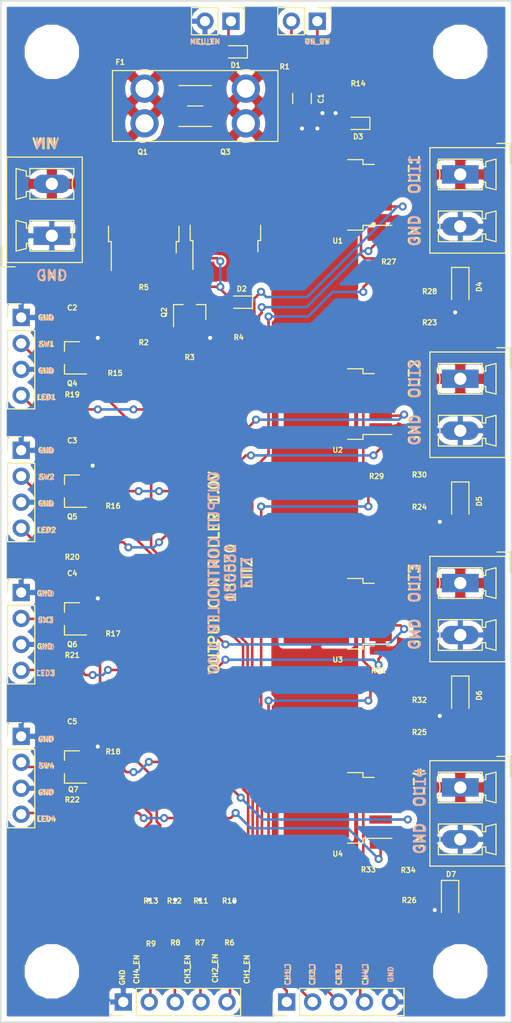
<source format=kicad_pcb>
(kicad_pcb (version 20171130) (host pcbnew 5.0.0-rc2-unknown-2cb65f9~65~ubuntu17.10.1)
  (layers (0 F.Cu signal) (31 B.Cu signal) (34 B.Paste user) (35 F.Paste user) (36 B.SilkS user) (37 F.SilkS user) (38 B.Mask user) (39 F.Mask user) (44 Edge.Cuts user))
  (net 0 "")
  (net 1 /ch1_i)
  (net 2 "Net-(R20-Pad2)")
  (net 3 "Net-(D7-Pad1)")
  (net 4 /ch4_i)
  (net 5 "Net-(D6-Pad1)")
  (net 6 /ch3_i)
  (net 7 "Net-(D5-Pad1)")
  (net 8 /ch2_i)
  (net 9 "Net-(D4-Pad1)")
  (net 10 GND)
  (net 11 "Net-(Q4-Pad1)")
  (net 12 "Net-(R22-Pad1)")
  (net 13 "Net-(R21-Pad1)")
  (net 14 "Net-(Q2-Pad1)")
  (net 15 "Net-(D1-Pad1)")
  (net 16 "Net-(R1-Pad1)")
  (net 17 "Net-(D3-Pad1)")
  (net 18 "Net-(Q7-Pad1)")
  (net 19 "Net-(Q6-Pad1)")
  (net 20 "Net-(Q5-Pad1)")
  (net 21 /ch4_en)
  (net 22 "Net-(R19-Pad1)")
  (net 23 "Net-(D2-Pad2)")
  (net 24 "Net-(Q2-Pad3)")
  (net 25 /ch1_en)
  (net 26 /ch2_en)
  (net 27 /ch3_en)
  (net 28 /out_en)
  (net 29 /VBB)
  (net 30 /VIN_FUSED)
  (net 31 /VIN)
  (net 32 /IS1)
  (net 33 /OUT2)
  (net 34 /IS4)
  (net 35 /IS3)
  (net 36 /IS2)
  (net 37 /IN_SW4)
  (net 38 /OUT4)
  (net 39 /OUT3)
  (net 40 /IN_SW3)
  (net 41 /IN3)
  (net 42 /IN2)
  (net 43 /IN_SW2)
  (net 44 /IN_SW1)
  (net 45 /IN1)
  (net 46 /OUT1)
  (net 47 /IN4)
  (net 48 /VIN_VBB)
  (module MountingHole:MountingHole_4.3mm_M4 (layer F.Cu) (at 145 145)
    (fp_text reference MK4 hide)
    (fp_text value Mounting_Hole)
    (pad 1 np_thru_hole circle (at 0 0) (size 4.3 4.3) (drill 4.3) (layers *.Cu *.Mask))
  )
  (module MountingHole:MountingHole_4.3mm_M4 (layer F.Cu) (at 145 55)
    (fp_text reference MK2 hide)
    (fp_text value Mounting_Hole)
    (pad 1 np_thru_hole circle (at 0 0) (size 4.3 4.3) (drill 4.3) (layers *.Cu *.Mask))
  )
  (module MountingHole:MountingHole_4.3mm_M4 (layer F.Cu) (at 105 55)
    (fp_text reference MK1 hide)
    (fp_text value Mounting_Hole)
    (pad 1 np_thru_hole circle (at 0 0) (size 4.3 4.3) (drill 4.3) (layers *.Cu *.Mask))
  )
  (module MountingHole:MountingHole_4.3mm_M4 (layer F.Cu) (at 105 145)
    (fp_text reference MK3 hide)
    (fp_text value Mounting_Hole)
    (pad 1 np_thru_hole circle (at 0 0) (size 4.3 4.3) (drill 4.3) (layers *.Cu *.Mask))
  )
  (module Capacitor_SMD:C_0603_1608Metric (layer F.Cu) (at 107 81.5)
    (fp_text reference C2 (at 0 -1.45) (layer F.SilkS) (effects (font (size 0.5 0.5) (thickness 0.12))))
    (fp_text value 0.1uF)
    (pad 2 smd rect (at 0.8 0) (size 0.82 1) (layers F.Cu F.Paste F.Mask) (net 10 GND))
    (pad 1 smd rect (at -0.8 0) (size 0.82 1) (layers F.Cu F.Paste F.Mask) (net 44 /IN_SW1))
  )
  (module Capacitor_SMD:C_0603_1608Metric (layer F.Cu) (at 107 94.5)
    (fp_text reference C3 (at 0 -1.45) (layer F.SilkS) (effects (font (size 0.5 0.5) (thickness 0.12))))
    (fp_text value 0.1uF)
    (pad 1 smd rect (at -0.8 0) (size 0.82 1) (layers F.Cu F.Paste F.Mask) (net 43 /IN_SW2))
    (pad 2 smd rect (at 0.8 0) (size 0.82 1) (layers F.Cu F.Paste F.Mask) (net 10 GND))
  )
  (module Capacitor_SMD:C_0603_1608Metric (layer F.Cu) (at 107 107.5)
    (fp_text reference C4 (at 0 -1.45) (layer F.SilkS) (effects (font (size 0.5 0.5) (thickness 0.12))))
    (fp_text value 0.1uF)
    (pad 2 smd rect (at 0.8 0) (size 0.82 1) (layers F.Cu F.Paste F.Mask) (net 10 GND))
    (pad 1 smd rect (at -0.8 0) (size 0.82 1) (layers F.Cu F.Paste F.Mask) (net 40 /IN_SW3))
  )
  (module Capacitor_SMD:C_0603_1608Metric (layer F.Cu) (at 107 122)
    (fp_text reference C5 (at 0 -1.45) (layer F.SilkS) (effects (font (size 0.5 0.5) (thickness 0.12))))
    (fp_text value 0.1uF)
    (pad 1 smd rect (at -0.8 0) (size 0.82 1) (layers F.Cu F.Paste F.Mask) (net 37 /IN_SW4))
    (pad 2 smd rect (at 0.8 0) (size 0.82 1) (layers F.Cu F.Paste F.Mask) (net 10 GND))
  )
  (module Capacitor_SMD:C_1206_3216Metric (layer F.Cu) (at 129.5 59.57 270)
    (fp_text reference C1 (at 0 -1.85 270) (layer F.SilkS) (effects (font (size 0.5 0.5) (thickness 0.12))))
    (fp_text value "10uF 25V")
    (pad 1 smd rect (at -1.43 0 270) (size 1.22 1.8) (layers F.Cu F.Paste F.Mask) (net 30 /VIN_FUSED))
    (pad 2 smd rect (at 1.43 0 270) (size 1.22 1.8) (layers F.Cu F.Paste F.Mask) (net 10 GND))
  )
  (module Connector_Phoenix_MC:PhoenixContact_MCV_1,5_2-G-5.08_1x02_P5.08mm_Vertical (layer F.Cu) (at 145 127 270)
    (fp_text reference J8 hide)
    (fp_text value 12V_A)
    (pad 1 thru_hole rect (at 0 0 270) (size 1.8 3.6) (drill 1.2) (layers *.Cu *.Mask) (net 38 /OUT4))
    (pad 2 thru_hole oval (at 5.08 0 270) (size 1.8 3.6) (drill 1.2) (layers *.Cu *.Mask) (net 10 GND))
  )
  (module Connector_Phoenix_MC:PhoenixContact_MCV_1,5_2-G-5.08_1x02_P5.08mm_Vertical (layer F.Cu) (at 145 87 270)
    (fp_text reference J6 hide)
    (fp_text value 12V_A)
    (pad 2 thru_hole oval (at 5.08 0 270) (size 1.8 3.6) (drill 1.2) (layers *.Cu *.Mask) (net 10 GND))
    (pad 1 thru_hole rect (at 0 0 270) (size 1.8 3.6) (drill 1.2) (layers *.Cu *.Mask) (net 33 /OUT2))
  )
  (module Connector_Phoenix_MC:PhoenixContact_MCV_1,5_2-G-5.08_1x02_P5.08mm_Vertical (layer F.Cu) (at 145 67 270)
    (fp_text reference J5 hide)
    (fp_text value 12V_A)
    (pad 1 thru_hole rect (at 0 0 270) (size 1.8 3.6) (drill 1.2) (layers *.Cu *.Mask) (net 46 /OUT1))
    (pad 2 thru_hole oval (at 5.08 0 270) (size 1.8 3.6) (drill 1.2) (layers *.Cu *.Mask) (net 10 GND))
  )
  (module Connector_Phoenix_MC:PhoenixContact_MCV_1,5_2-G-5.08_1x02_P5.08mm_Vertical (layer F.Cu) (at 105 73 90)
    (fp_text reference J1 hide)
    (fp_text value 12V_IN)
    (pad 2 thru_hole oval (at 5.08 0 90) (size 1.8 3.6) (drill 1.2) (layers *.Cu *.Mask) (net 31 /VIN))
    (pad 1 thru_hole rect (at 0 0 90) (size 1.8 3.6) (drill 1.2) (layers *.Cu *.Mask) (net 10 GND))
  )
  (module Connector_Phoenix_MC:PhoenixContact_MCV_1,5_2-G-5.08_1x02_P5.08mm_Vertical (layer F.Cu) (at 145 107 270)
    (fp_text reference J7 hide)
    (fp_text value 12V_A)
    (pad 1 thru_hole rect (at 0 0 270) (size 1.8 3.6) (drill 1.2) (layers *.Cu *.Mask) (net 39 /OUT3))
    (pad 2 thru_hole oval (at 5.08 0 270) (size 1.8 3.6) (drill 1.2) (layers *.Cu *.Mask) (net 10 GND))
  )
  (module Connector_PinHeader_2.54mm:PinHeader_1x02_P2.54mm_Vertical (layer F.Cu) (at 131 52 270)
    (fp_text reference SW1 hide)
    (fp_text value EN)
    (pad 2 thru_hole oval (at 0 2.54 270) (size 1.7 1.7) (drill 1) (layers *.Cu *.Mask) (net 16 "Net-(R1-Pad1)"))
    (pad 1 thru_hole rect (at 0 0 270) (size 1.7 1.7) (drill 1) (layers *.Cu *.Mask) (net 30 /VIN_FUSED))
  )
  (module Connector_PinHeader_2.54mm:PinHeader_1x02_P2.54mm_Vertical (layer F.Cu) (at 122.54 52 270)
    (fp_text reference J2 hide)
    (fp_text value MCU_SW)
    (pad 1 thru_hole rect (at 0 0 270) (size 1.7 1.7) (drill 1) (layers *.Cu *.Mask) (net 28 /out_en))
    (pad 2 thru_hole oval (at 0 2.54 270) (size 1.7 1.7) (drill 1) (layers *.Cu *.Mask) (net 10 GND))
  )
  (module Connector_PinHeader_2.54mm:PinHeader_1x04_P2.54mm_Vertical (layer F.Cu) (at 102 81)
    (fp_text reference SW2 hide)
    (fp_text value SW_Push_LED)
    (pad 4 thru_hole oval (at 0 7.62) (size 1.7 1.7) (drill 1) (layers *.Cu *.Mask) (net 22 "Net-(R19-Pad1)"))
    (pad 3 thru_hole oval (at 0 5.08) (size 1.7 1.7) (drill 1) (layers *.Cu *.Mask) (net 10 GND))
    (pad 2 thru_hole oval (at 0 2.54) (size 1.7 1.7) (drill 1) (layers *.Cu *.Mask) (net 44 /IN_SW1))
    (pad 1 thru_hole rect (at 0 0) (size 1.7 1.7) (drill 1) (layers *.Cu *.Mask) (net 10 GND))
  )
  (module Connector_PinHeader_2.54mm:PinHeader_1x04_P2.54mm_Vertical (layer F.Cu) (at 102 94)
    (fp_text reference SW3 hide)
    (fp_text value SW_Push_LED)
    (pad 1 thru_hole rect (at 0 0) (size 1.7 1.7) (drill 1) (layers *.Cu *.Mask) (net 10 GND))
    (pad 2 thru_hole oval (at 0 2.54) (size 1.7 1.7) (drill 1) (layers *.Cu *.Mask) (net 43 /IN_SW2))
    (pad 3 thru_hole oval (at 0 5.08) (size 1.7 1.7) (drill 1) (layers *.Cu *.Mask) (net 10 GND))
    (pad 4 thru_hole oval (at 0 7.62) (size 1.7 1.7) (drill 1) (layers *.Cu *.Mask) (net 2 "Net-(R20-Pad2)"))
  )
  (module Connector_PinHeader_2.54mm:PinHeader_1x04_P2.54mm_Vertical (layer F.Cu) (at 102 107.92)
    (fp_text reference SW4 hide)
    (fp_text value SW_Push_LED)
    (pad 4 thru_hole oval (at 0 7.62) (size 1.7 1.7) (drill 1) (layers *.Cu *.Mask) (net 13 "Net-(R21-Pad1)"))
    (pad 3 thru_hole oval (at 0 5.08) (size 1.7 1.7) (drill 1) (layers *.Cu *.Mask) (net 10 GND))
    (pad 2 thru_hole oval (at 0 2.54) (size 1.7 1.7) (drill 1) (layers *.Cu *.Mask) (net 40 /IN_SW3))
    (pad 1 thru_hole rect (at 0 0) (size 1.7 1.7) (drill 1) (layers *.Cu *.Mask) (net 10 GND))
  )
  (module Connector_PinHeader_2.54mm:PinHeader_1x04_P2.54mm_Vertical (layer F.Cu) (at 102 122)
    (fp_text reference SW5 hide)
    (fp_text value SW_Push_LED)
    (pad 1 thru_hole rect (at 0 0) (size 1.7 1.7) (drill 1) (layers *.Cu *.Mask) (net 10 GND))
    (pad 2 thru_hole oval (at 0 2.54) (size 1.7 1.7) (drill 1) (layers *.Cu *.Mask) (net 37 /IN_SW4))
    (pad 3 thru_hole oval (at 0 5.08) (size 1.7 1.7) (drill 1) (layers *.Cu *.Mask) (net 10 GND))
    (pad 4 thru_hole oval (at 0 7.62) (size 1.7 1.7) (drill 1) (layers *.Cu *.Mask) (net 12 "Net-(R22-Pad1)"))
  )
  (module Connector_PinHeader_2.54mm:PinHeader_1x05_P2.54mm_Vertical (layer F.Cu) (at 128 148 90)
    (fp_text reference J4 hide)
    (fp_text value MCU_IS)
    (pad 5 thru_hole oval (at 0 10.16 90) (size 1.7 1.7) (drill 1) (layers *.Cu *.Mask) (net 10 GND))
    (pad 4 thru_hole oval (at 0 7.62 90) (size 1.7 1.7) (drill 1) (layers *.Cu *.Mask) (net 4 /ch4_i))
    (pad 3 thru_hole oval (at 0 5.08 90) (size 1.7 1.7) (drill 1) (layers *.Cu *.Mask) (net 6 /ch3_i))
    (pad 2 thru_hole oval (at 0 2.54 90) (size 1.7 1.7) (drill 1) (layers *.Cu *.Mask) (net 8 /ch2_i))
    (pad 1 thru_hole rect (at 0 0 90) (size 1.7 1.7) (drill 1) (layers *.Cu *.Mask) (net 1 /ch1_i))
  )
  (module Connector_PinHeader_2.54mm:PinHeader_1x05_P2.54mm_Vertical (layer F.Cu) (at 112 148 90)
    (fp_text reference J3 hide)
    (fp_text value MCU_EN)
    (pad 1 thru_hole rect (at 0 0 90) (size 1.7 1.7) (drill 1) (layers *.Cu *.Mask) (net 10 GND))
    (pad 2 thru_hole oval (at 0 2.54 90) (size 1.7 1.7) (drill 1) (layers *.Cu *.Mask) (net 21 /ch4_en))
    (pad 3 thru_hole oval (at 0 5.08 90) (size 1.7 1.7) (drill 1) (layers *.Cu *.Mask) (net 27 /ch3_en))
    (pad 4 thru_hole oval (at 0 7.62 90) (size 1.7 1.7) (drill 1) (layers *.Cu *.Mask) (net 26 /ch2_en))
    (pad 5 thru_hole oval (at 0 10.16 90) (size 1.7 1.7) (drill 1) (layers *.Cu *.Mask) (net 25 /ch1_en))
  )
  (module Diode_SMD:D_SOD-323_HandSoldering (layer F.Cu) (at 145 118 270)
    (fp_text reference D6 (at 0 -1.85 270) (layer F.SilkS) (effects (font (size 0.5 0.5) (thickness 0.12))))
    (fp_text value 5V)
    (pad 2 smd rect (at 1.25 0 270) (size 1 1) (layers F.Cu F.Paste F.Mask) (net 10 GND))
    (pad 1 smd rect (at -1.25 0 270) (size 1 1) (layers F.Cu F.Paste F.Mask) (net 5 "Net-(D6-Pad1)"))
  )
  (module Diode_SMD:D_SOD-323_HandSoldering (layer F.Cu) (at 145 99 270)
    (fp_text reference D5 (at 0 -1.85 270) (layer F.SilkS) (effects (font (size 0.5 0.5) (thickness 0.12))))
    (fp_text value 5V)
    (pad 1 smd rect (at -1.25 0 270) (size 1 1) (layers F.Cu F.Paste F.Mask) (net 7 "Net-(D5-Pad1)"))
    (pad 2 smd rect (at 1.25 0 270) (size 1 1) (layers F.Cu F.Paste F.Mask) (net 10 GND))
  )
  (module Diode_SMD:D_SOD-323_HandSoldering (layer F.Cu) (at 145 78 270)
    (fp_text reference D4 (at 0 -1.85 270) (layer F.SilkS) (effects (font (size 0.5 0.5) (thickness 0.12))))
    (fp_text value 5V)
    (pad 2 smd rect (at 1.25 0 270) (size 1 1) (layers F.Cu F.Paste F.Mask) (net 10 GND))
    (pad 1 smd rect (at -1.25 0 270) (size 1 1) (layers F.Cu F.Paste F.Mask) (net 9 "Net-(D4-Pad1)"))
  )
  (module Diode_SMD:D_SOD-323_HandSoldering (layer F.Cu) (at 144 138 270)
    (fp_text reference D7 (at -2.5 -0.1) (layer F.SilkS) (effects (font (size 0.5 0.5) (thickness 0.12))))
    (fp_text value 5V)
    (pad 1 smd rect (at -1.25 0 270) (size 1 1) (layers F.Cu F.Paste F.Mask) (net 3 "Net-(D7-Pad1)"))
    (pad 2 smd rect (at 1.25 0 270) (size 1 1) (layers F.Cu F.Paste F.Mask) (net 10 GND))
  )
  (module Diode_SMD:D_SOD-523 (layer F.Cu) (at 135 62 180)
    (fp_text reference D3 (at 0 -1.3 180) (layer F.SilkS) (effects (font (size 0.5 0.5) (thickness 0.12))))
    (fp_text value LED_Small)
    (pad 2 smd rect (at 0.7 0) (size 0.6 0.7) (layers F.Cu F.Paste F.Mask) (net 29 /VBB))
    (pad 1 smd rect (at -0.7 0) (size 0.6 0.7) (layers F.Cu F.Paste F.Mask) (net 17 "Net-(D3-Pad1)"))
  )
  (module Diode_SMD:D_SOD-523 (layer F.Cu) (at 123.5 79.5 180)
    (fp_text reference D2 (at -0.1 1.3 180) (layer F.SilkS) (effects (font (size 0.5 0.5) (thickness 0.12))))
    (fp_text value 12V)
    (pad 1 smd rect (at -0.7 0) (size 0.6 0.7) (layers F.Cu F.Paste F.Mask) (net 48 /VIN_VBB))
    (pad 2 smd rect (at 0.7 0) (size 0.6 0.7) (layers F.Cu F.Paste F.Mask) (net 23 "Net-(D2-Pad2)"))
  )
  (module Diode_SMD:D_SOD-523 (layer F.Cu) (at 123 55 180)
    (fp_text reference D1 (at 0 -1.3 180) (layer F.SilkS) (effects (font (size 0.5 0.5) (thickness 0.12))))
    (fp_text value D_Small)
    (pad 2 smd rect (at 0.7 0) (size 0.6 0.7) (layers F.Cu F.Paste F.Mask) (net 28 /out_en))
    (pad 1 smd rect (at -0.7 0) (size 0.6 0.7) (layers F.Cu F.Paste F.Mask) (net 15 "Net-(D1-Pad1)"))
  )
  (module Fuse:Fuseholder_Blade_Mini_Keystone_3568 (layer F.Cu) (at 124 62 180)
    (fp_text reference F1 (at 12.3 6 180) (layer F.SilkS) (effects (font (size 0.5 0.5) (thickness 0.12))))
    (fp_text value Fuse)
    (pad 1 thru_hole circle (at 0 0 180) (size 2.78 2.78) (drill 1.78) (layers *.Cu *.Mask) (net 30 /VIN_FUSED))
    (pad 1 thru_hole circle (at 0 3.4 180) (size 2.78 2.78) (drill 1.78) (layers *.Cu *.Mask) (net 30 /VIN_FUSED))
    (pad 2 thru_hole circle (at 9.92 0 180) (size 2.78 2.78) (drill 1.78) (layers *.Cu *.Mask) (net 31 /VIN))
    (pad 2 thru_hole circle (at 9.92 3.4 180) (size 2.78 2.78) (drill 1.78) (layers *.Cu *.Mask) (net 31 /VIN))
  )
  (module Package_TO_SOT_SMD:SOT-23 (layer F.Cu) (at 107 125 180)
    (fp_text reference Q7 (at -0.1 -2.2 180) (layer F.SilkS) (effects (font (size 0.5 0.5) (thickness 0.12))))
    (fp_text value AO3400)
    (pad 1 smd rect (at -1 -0.95 180) (size 0.9 0.8) (layers F.Cu F.Paste F.Mask) (net 18 "Net-(Q7-Pad1)"))
    (pad 2 smd rect (at -1 0.95 180) (size 0.9 0.8) (layers F.Cu F.Paste F.Mask) (net 10 GND))
    (pad 3 smd rect (at 1 0 180) (size 0.9 0.8) (layers F.Cu F.Paste F.Mask) (net 37 /IN_SW4))
  )
  (module Package_TO_SOT_SMD:SOT-23 (layer F.Cu) (at 118.5 80.5 90)
    (fp_text reference Q2 (at 0 -2.5 90) (layer F.SilkS) (effects (font (size 0.5 0.5) (thickness 0.12))))
    (fp_text value MMBT3904)
    (pad 3 smd rect (at 1 0 90) (size 0.9 0.8) (layers F.Cu F.Paste F.Mask) (net 24 "Net-(Q2-Pad3)"))
    (pad 2 smd rect (at -1 0.95 90) (size 0.9 0.8) (layers F.Cu F.Paste F.Mask) (net 10 GND))
    (pad 1 smd rect (at -1 -0.95 90) (size 0.9 0.8) (layers F.Cu F.Paste F.Mask) (net 14 "Net-(Q2-Pad1)"))
  )
  (module Package_TO_SOT_SMD:SOT-23 (layer F.Cu) (at 107 84.95 180)
    (fp_text reference Q4 (at 0 -2.5 180) (layer F.SilkS) (effects (font (size 0.5 0.5) (thickness 0.12))))
    (fp_text value AO3400)
    (pad 1 smd rect (at -1 -0.95 180) (size 0.9 0.8) (layers F.Cu F.Paste F.Mask) (net 11 "Net-(Q4-Pad1)"))
    (pad 2 smd rect (at -1 0.95 180) (size 0.9 0.8) (layers F.Cu F.Paste F.Mask) (net 10 GND))
    (pad 3 smd rect (at 1 0 180) (size 0.9 0.8) (layers F.Cu F.Paste F.Mask) (net 44 /IN_SW1))
  )
  (module Package_TO_SOT_SMD:SOT-23 (layer F.Cu) (at 107 98 180)
    (fp_text reference Q5 (at 0 -2.5 180) (layer F.SilkS) (effects (font (size 0.5 0.5) (thickness 0.12))))
    (fp_text value AO3400)
    (pad 3 smd rect (at 1 0 180) (size 0.9 0.8) (layers F.Cu F.Paste F.Mask) (net 43 /IN_SW2))
    (pad 2 smd rect (at -1 0.95 180) (size 0.9 0.8) (layers F.Cu F.Paste F.Mask) (net 10 GND))
    (pad 1 smd rect (at -1 -0.95 180) (size 0.9 0.8) (layers F.Cu F.Paste F.Mask) (net 20 "Net-(Q5-Pad1)"))
  )
  (module Package_TO_SOT_SMD:SOT-23 (layer F.Cu) (at 107 110.5 180)
    (fp_text reference Q6 (at 0 -2.5 180) (layer F.SilkS) (effects (font (size 0.5 0.5) (thickness 0.12))))
    (fp_text value AO3400)
    (pad 1 smd rect (at -1 -0.95 180) (size 0.9 0.8) (layers F.Cu F.Paste F.Mask) (net 19 "Net-(Q6-Pad1)"))
    (pad 2 smd rect (at -1 0.95 180) (size 0.9 0.8) (layers F.Cu F.Paste F.Mask) (net 10 GND))
    (pad 3 smd rect (at 1 0 180) (size 0.9 0.8) (layers F.Cu F.Paste F.Mask) (net 40 /IN_SW3))
  )
  (module Package_TO_SOT_SMD:TO-252-2 (layer F.Cu) (at 114 71.1 90)
    (fp_text reference Q1 (at 6.3 -0.1 180) (layer F.SilkS) (effects (font (size 0.5 0.5) (thickness 0.12))))
    (fp_text value Q_PMOS_GDS)
    (pad 2 smd rect (at 2.1 0 90) (size 6.4 5.8) (layers F.Cu F.Mask) (net 30 /VIN_FUSED))
    (pad 3 smd rect (at -4.2 2.28 90) (size 2.2 1.2) (layers F.Cu F.Paste F.Mask) (net 48 /VIN_VBB))
    (pad 1 smd rect (at -4.2 -2.28 90) (size 2.2 1.2) (layers F.Cu F.Paste F.Mask) (net 23 "Net-(D2-Pad2)"))
  )
  (module Package_TO_SOT_SMD:TO-252-2 (layer F.Cu) (at 122 71 90)
    (fp_text reference Q3 (at 6.2 0 180) (layer F.SilkS) (effects (font (size 0.5 0.5) (thickness 0.12))))
    (fp_text value Q_PMOS_GDS)
    (pad 1 smd rect (at -4.2 -2.28 90) (size 2.2 1.2) (layers F.Cu F.Paste F.Mask) (net 23 "Net-(D2-Pad2)"))
    (pad 3 smd rect (at -4.2 2.28 90) (size 2.2 1.2) (layers F.Cu F.Paste F.Mask) (net 48 /VIN_VBB))
    (pad 2 smd rect (at 2.1 0 90) (size 6.4 5.8) (layers F.Cu F.Mask) (net 29 /VBB))
  )
  (module Package_TO_SOT_SMD:TO-252-4 (layer F.Cu) (at 133 89.475 180)
    (fp_text reference U2 (at 0 -4.5 180) (layer F.SilkS) (effects (font (size 0.5 0.5) (thickness 0.12))))
    (fp_text value BTS443P)
    (pad 3 smd rect (at 2.1 0 180) (size 6.4 5.8) (layers F.Cu F.Mask) (net 29 /VBB))
    (pad 5 smd rect (at -4.2 2.28 180) (size 2.2 0.8) (layers F.Cu F.Paste F.Mask) (net 33 /OUT2))
    (pad 4 smd rect (at -4.2 1.14 180) (size 2.2 0.8) (layers F.Cu F.Paste F.Mask) (net 36 /IS2))
    (pad 2 smd rect (at -4.2 -1.14 180) (size 2.2 0.8) (layers F.Cu F.Paste F.Mask) (net 42 /IN2))
    (pad 1 smd rect (at -4.2 -2.28 180) (size 2.2 0.8) (layers F.Cu F.Paste F.Mask) (net 33 /OUT2))
  )
  (module Package_TO_SOT_SMD:TO-252-4 (layer F.Cu) (at 133 129 180)
    (fp_text reference U4 (at 0 -4.5 180) (layer F.SilkS) (effects (font (size 0.5 0.5) (thickness 0.12))))
    (fp_text value BTS443P)
    (pad 1 smd rect (at -4.2 -2.28 180) (size 2.2 0.8) (layers F.Cu F.Paste F.Mask) (net 38 /OUT4))
    (pad 2 smd rect (at -4.2 -1.14 180) (size 2.2 0.8) (layers F.Cu F.Paste F.Mask) (net 47 /IN4))
    (pad 4 smd rect (at -4.2 1.14 180) (size 2.2 0.8) (layers F.Cu F.Paste F.Mask) (net 34 /IS4))
    (pad 5 smd rect (at -4.2 2.28 180) (size 2.2 0.8) (layers F.Cu F.Paste F.Mask) (net 38 /OUT4))
    (pad 3 smd rect (at 2.1 0 180) (size 6.4 5.8) (layers F.Cu F.Mask) (net 29 /VBB))
  )
  (module Package_TO_SOT_SMD:TO-252-4 (layer F.Cu) (at 133 69 180)
    (fp_text reference U1 (at 0 -4.5 180) (layer F.SilkS) (effects (font (size 0.5 0.5) (thickness 0.12))))
    (fp_text value BTS443P)
    (pad 3 smd rect (at 2.1 0 180) (size 6.4 5.8) (layers F.Cu F.Mask) (net 29 /VBB))
    (pad 5 smd rect (at -4.2 2.28 180) (size 2.2 0.8) (layers F.Cu F.Paste F.Mask) (net 46 /OUT1))
    (pad 4 smd rect (at -4.2 1.14 180) (size 2.2 0.8) (layers F.Cu F.Paste F.Mask) (net 32 /IS1))
    (pad 2 smd rect (at -4.2 -1.14 180) (size 2.2 0.8) (layers F.Cu F.Paste F.Mask) (net 45 /IN1))
    (pad 1 smd rect (at -4.2 -2.28 180) (size 2.2 0.8) (layers F.Cu F.Paste F.Mask) (net 46 /OUT1))
  )
  (module Package_TO_SOT_SMD:TO-252-4 (layer F.Cu) (at 133 110 180)
    (fp_text reference U3 (at 0 -4.5 180) (layer F.SilkS) (effects (font (size 0.5 0.5) (thickness 0.12))))
    (fp_text value BTS443P)
    (pad 1 smd rect (at -4.2 -2.28 180) (size 2.2 0.8) (layers F.Cu F.Paste F.Mask) (net 39 /OUT3))
    (pad 2 smd rect (at -4.2 -1.14 180) (size 2.2 0.8) (layers F.Cu F.Paste F.Mask) (net 41 /IN3))
    (pad 4 smd rect (at -4.2 1.14 180) (size 2.2 0.8) (layers F.Cu F.Paste F.Mask) (net 35 /IS3))
    (pad 5 smd rect (at -4.2 2.28 180) (size 2.2 0.8) (layers F.Cu F.Paste F.Mask) (net 39 /OUT3))
    (pad 3 smd rect (at 2.1 0 180) (size 6.4 5.8) (layers F.Cu F.Mask) (net 29 /VBB))
  )
  (module Resistor_SMD:R_0603_1608Metric (layer F.Cu) (at 117.052582 144.166828 270)
    (fp_text reference R8 (at -1.966828 -0.047418 180) (layer F.SilkS) (effects (font (size 0.5 0.5) (thickness 0.12))))
    (fp_text value 1K)
    (pad 2 smd rect (at 0.8 0 270) (size 0.82 1) (layers F.Cu F.Paste F.Mask) (net 27 /ch3_en))
    (pad 1 smd rect (at -0.8 0 270) (size 0.82 1) (layers F.Cu F.Paste F.Mask) (net 19 "Net-(Q6-Pad1)"))
  )
  (module Resistor_SMD:R_0603_1608Metric (layer F.Cu) (at 119.552582 144.166828 270)
    (fp_text reference R7 (at -1.966828 0.052582) (layer F.SilkS) (effects (font (size 0.5 0.5) (thickness 0.12))))
    (fp_text value 1K)
    (pad 1 smd rect (at -0.8 0 270) (size 0.82 1) (layers F.Cu F.Paste F.Mask) (net 20 "Net-(Q5-Pad1)"))
    (pad 2 smd rect (at 0.8 0 270) (size 0.82 1) (layers F.Cu F.Paste F.Mask) (net 26 /ch2_en))
  )
  (module Resistor_SMD:R_0603_1608Metric (layer F.Cu) (at 122.452582 144.166828 270)
    (fp_text reference R6 (at -1.966828 0.052582) (layer F.SilkS) (effects (font (size 0.5 0.5) (thickness 0.12))))
    (fp_text value 1K)
    (pad 2 smd rect (at 0.8 0 270) (size 0.82 1) (layers F.Cu F.Paste F.Mask) (net 25 /ch1_en))
    (pad 1 smd rect (at -0.8 0 270) (size 0.82 1) (layers F.Cu F.Paste F.Mask) (net 11 "Net-(Q4-Pad1)"))
  )
  (module Resistor_SMD:R_0603_1608Metric (layer F.Cu) (at 114 79.5)
    (fp_text reference R5 (at 0 -1.45) (layer F.SilkS) (effects (font (size 0.5 0.5) (thickness 0.12))))
    (fp_text value 1K)
    (pad 1 smd rect (at -0.8 0) (size 0.82 1) (layers F.Cu F.Paste F.Mask) (net 23 "Net-(D2-Pad2)"))
    (pad 2 smd rect (at 0.8 0) (size 0.82 1) (layers F.Cu F.Paste F.Mask) (net 24 "Net-(Q2-Pad3)"))
  )
  (module Resistor_SMD:R_0603_1608Metric (layer F.Cu) (at 123.3 81.5 180)
    (fp_text reference R4 (at 0 -1.45 180) (layer F.SilkS) (effects (font (size 0.5 0.5) (thickness 0.12))))
    (fp_text value 470K)
    (pad 2 smd rect (at 0.8 0 180) (size 0.82 1) (layers F.Cu F.Paste F.Mask) (net 23 "Net-(D2-Pad2)"))
    (pad 1 smd rect (at -0.8 0 180) (size 0.82 1) (layers F.Cu F.Paste F.Mask) (net 48 /VIN_VBB))
  )
  (module Resistor_SMD:R_0603_1608Metric (layer F.Cu) (at 118.5 83.5)
    (fp_text reference R3 (at 0 1.4) (layer F.SilkS) (effects (font (size 0.5 0.5) (thickness 0.12))))
    (fp_text value 1K)
    (pad 1 smd rect (at -0.8 0) (size 0.82 1) (layers F.Cu F.Paste F.Mask) (net 14 "Net-(Q2-Pad1)"))
    (pad 2 smd rect (at 0.8 0) (size 0.82 1) (layers F.Cu F.Paste F.Mask) (net 10 GND))
  )
  (module Resistor_SMD:R_0603_1608Metric (layer F.Cu) (at 107 90)
    (fp_text reference R19 (at 0 -1.45) (layer F.SilkS) (effects (font (size 0.5 0.5) (thickness 0.12))))
    (fp_text value 1K)
    (pad 2 smd rect (at 0.8 0) (size 0.82 1) (layers F.Cu F.Paste F.Mask) (net 46 /OUT1))
    (pad 1 smd rect (at -0.8 0) (size 0.82 1) (layers F.Cu F.Paste F.Mask) (net 22 "Net-(R19-Pad1)"))
  )
  (module Resistor_SMD:R_0603_1608Metric (layer F.Cu) (at 114.652582 144.266828 270)
    (fp_text reference R9 (at -1.966828 -0.047418) (layer F.SilkS) (effects (font (size 0.5 0.5) (thickness 0.12))))
    (fp_text value 1K)
    (pad 1 smd rect (at -0.8 0 270) (size 0.82 1) (layers F.Cu F.Paste F.Mask) (net 18 "Net-(Q7-Pad1)"))
    (pad 2 smd rect (at 0.8 0 270) (size 0.82 1) (layers F.Cu F.Paste F.Mask) (net 21 /ch4_en))
  )
  (module Resistor_SMD:R_0603_1608Metric (layer F.Cu) (at 119.552582 140.166828 90)
    (fp_text reference R11 (at 2.066828 0.047418 180) (layer F.SilkS) (effects (font (size 0.5 0.5) (thickness 0.12))))
    (fp_text value 10K)
    (pad 2 smd rect (at 0.8 0 90) (size 0.82 1) (layers F.Cu F.Paste F.Mask) (net 10 GND))
    (pad 1 smd rect (at -0.8 0 90) (size 0.82 1) (layers F.Cu F.Paste F.Mask) (net 20 "Net-(Q5-Pad1)"))
  )
  (module Resistor_SMD:R_0603_1608Metric (layer F.Cu) (at 117.052582 140.166828 90)
    (fp_text reference R12 (at 2.066828 -0.052582 180) (layer F.SilkS) (effects (font (size 0.5 0.5) (thickness 0.12))))
    (fp_text value 10K)
    (pad 1 smd rect (at -0.8 0 90) (size 0.82 1) (layers F.Cu F.Paste F.Mask) (net 19 "Net-(Q6-Pad1)"))
    (pad 2 smd rect (at 0.8 0 90) (size 0.82 1) (layers F.Cu F.Paste F.Mask) (net 10 GND))
  )
  (module Resistor_SMD:R_0603_1608Metric (layer F.Cu) (at 114.652582 140.266828 90)
    (fp_text reference R13 (at 2.166828 0.047418 180) (layer F.SilkS) (effects (font (size 0.5 0.5) (thickness 0.12))))
    (fp_text value 10K)
    (pad 2 smd rect (at 0.8 0 90) (size 0.82 1) (layers F.Cu F.Paste F.Mask) (net 10 GND))
    (pad 1 smd rect (at -0.8 0 90) (size 0.82 1) (layers F.Cu F.Paste F.Mask) (net 18 "Net-(Q7-Pad1)"))
  )
  (module Resistor_SMD:R_0603_1608Metric (layer F.Cu) (at 135 59.5 180)
    (fp_text reference R14 (at 0 1.4 180) (layer F.SilkS) (effects (font (size 0.5 0.5) (thickness 0.12))))
    (fp_text value 1K)
    (pad 1 smd rect (at -0.8 0 180) (size 0.82 1) (layers F.Cu F.Paste F.Mask) (net 17 "Net-(D3-Pad1)"))
    (pad 2 smd rect (at 0.8 0 180) (size 0.82 1) (layers F.Cu F.Paste F.Mask) (net 10 GND))
  )
  (module Resistor_SMD:R_0603_1608Metric (layer F.Cu) (at 111.2 85 180)
    (fp_text reference R15 (at 0 -1.45 180) (layer F.SilkS) (effects (font (size 0.5 0.5) (thickness 0.12))))
    (fp_text value 1K)
    (pad 2 smd rect (at 0.8 0 180) (size 0.82 1) (layers F.Cu F.Paste F.Mask) (net 44 /IN_SW1))
    (pad 1 smd rect (at -0.8 0 180) (size 0.82 1) (layers F.Cu F.Paste F.Mask) (net 45 /IN1))
  )
  (module Resistor_SMD:R_0603_1608Metric (layer F.Cu) (at 111 98 180)
    (fp_text reference R16 (at 0 -1.45 180) (layer F.SilkS) (effects (font (size 0.5 0.5) (thickness 0.12))))
    (fp_text value 1K)
    (pad 1 smd rect (at -0.8 0 180) (size 0.82 1) (layers F.Cu F.Paste F.Mask) (net 42 /IN2))
    (pad 2 smd rect (at 0.8 0 180) (size 0.82 1) (layers F.Cu F.Paste F.Mask) (net 43 /IN_SW2))
  )
  (module Resistor_SMD:R_0603_1608Metric (layer F.Cu) (at 111 110.5 180)
    (fp_text reference R17 (at 0 -1.45 180) (layer F.SilkS) (effects (font (size 0.5 0.5) (thickness 0.12))))
    (fp_text value 1K)
    (pad 2 smd rect (at 0.8 0 180) (size 0.82 1) (layers F.Cu F.Paste F.Mask) (net 40 /IN_SW3))
    (pad 1 smd rect (at -0.8 0 180) (size 0.82 1) (layers F.Cu F.Paste F.Mask) (net 41 /IN3))
  )
  (module Resistor_SMD:R_0603_1608Metric (layer F.Cu) (at 111 125 180)
    (fp_text reference R18 (at 0 1.5 180) (layer F.SilkS) (effects (font (size 0.5 0.5) (thickness 0.12))))
    (fp_text value 1K)
    (pad 1 smd rect (at -0.8 0 180) (size 0.82 1) (layers F.Cu F.Paste F.Mask) (net 47 /IN4))
    (pad 2 smd rect (at 0.8 0 180) (size 0.82 1) (layers F.Cu F.Paste F.Mask) (net 37 /IN_SW4))
  )
  (module Resistor_SMD:R_0603_1608Metric (layer F.Cu) (at 127.8 55 180)
    (fp_text reference R1 (at 0 -1.45 180) (layer F.SilkS) (effects (font (size 0.5 0.5) (thickness 0.12))))
    (fp_text value 10K)
    (pad 2 smd rect (at 0.8 0 180) (size 0.82 1) (layers F.Cu F.Paste F.Mask) (net 15 "Net-(D1-Pad1)"))
    (pad 1 smd rect (at -0.8 0 180) (size 0.82 1) (layers F.Cu F.Paste F.Mask) (net 16 "Net-(R1-Pad1)"))
  )
  (module Resistor_SMD:R_0603_1608Metric (layer F.Cu) (at 114 82 180)
    (fp_text reference R2 (at 0 -1.45 180) (layer F.SilkS) (effects (font (size 0.5 0.5) (thickness 0.12))))
    (fp_text value 1K)
    (pad 1 smd rect (at -0.8 0 180) (size 0.82 1) (layers F.Cu F.Paste F.Mask) (net 14 "Net-(Q2-Pad1)"))
    (pad 2 smd rect (at 0.8 0 180) (size 0.82 1) (layers F.Cu F.Paste F.Mask) (net 15 "Net-(D1-Pad1)"))
  )
  (module Resistor_SMD:R_0603_1608Metric (layer F.Cu) (at 107 115.5)
    (fp_text reference R21 (at 0 -1.45) (layer F.SilkS) (effects (font (size 0.5 0.5) (thickness 0.12))))
    (fp_text value 1K)
    (pad 2 smd rect (at 0.8 0) (size 0.82 1) (layers F.Cu F.Paste F.Mask) (net 39 /OUT3))
    (pad 1 smd rect (at -0.8 0) (size 0.82 1) (layers F.Cu F.Paste F.Mask) (net 13 "Net-(R21-Pad1)"))
  )
  (module Resistor_SMD:R_0603_1608Metric (layer F.Cu) (at 107 129.5)
    (fp_text reference R22 (at 0 -1.3) (layer F.SilkS) (effects (font (size 0.5 0.5) (thickness 0.12))))
    (fp_text value 1K)
    (pad 1 smd rect (at -0.8 0) (size 0.82 1) (layers F.Cu F.Paste F.Mask) (net 12 "Net-(R22-Pad1)"))
    (pad 2 smd rect (at 0.8 0) (size 0.82 1) (layers F.Cu F.Paste F.Mask) (net 38 /OUT4))
  )
  (module Resistor_SMD:R_0603_1608Metric (layer F.Cu) (at 142 80)
    (fp_text reference R23 (at 0 1.5) (layer F.SilkS) (effects (font (size 0.5 0.5) (thickness 0.12))))
    (fp_text value 1K)
    (pad 2 smd rect (at 0.8 0) (size 0.82 1) (layers F.Cu F.Paste F.Mask) (net 10 GND))
    (pad 1 smd rect (at -0.8 0) (size 0.82 1) (layers F.Cu F.Paste F.Mask) (net 32 /IS1))
  )
  (module Resistor_SMD:R_0603_1608Metric (layer F.Cu) (at 141 101)
    (fp_text reference R24 (at 0 -1.45) (layer F.SilkS) (effects (font (size 0.5 0.5) (thickness 0.12))))
    (fp_text value 1K)
    (pad 1 smd rect (at -0.8 0) (size 0.82 1) (layers F.Cu F.Paste F.Mask) (net 36 /IS2))
    (pad 2 smd rect (at 0.8 0) (size 0.82 1) (layers F.Cu F.Paste F.Mask) (net 10 GND))
  )
  (module Resistor_SMD:R_0603_1608Metric (layer F.Cu) (at 141 120)
    (fp_text reference R25 (at 0 1.6) (layer F.SilkS) (effects (font (size 0.5 0.5) (thickness 0.12))))
    (fp_text value 1K)
    (pad 2 smd rect (at 0.8 0) (size 0.82 1) (layers F.Cu F.Paste F.Mask) (net 10 GND))
    (pad 1 smd rect (at -0.8 0) (size 0.82 1) (layers F.Cu F.Paste F.Mask) (net 35 /IS3))
  )
  (module Resistor_SMD:R_0603_1608Metric (layer F.Cu) (at 140 139.5)
    (fp_text reference R26 (at 0 -1.45) (layer F.SilkS) (effects (font (size 0.5 0.5) (thickness 0.12))))
    (fp_text value 1K)
    (pad 1 smd rect (at -0.8 0) (size 0.82 1) (layers F.Cu F.Paste F.Mask) (net 34 /IS4))
    (pad 2 smd rect (at 0.8 0) (size 0.82 1) (layers F.Cu F.Paste F.Mask) (net 10 GND))
  )
  (module Resistor_SMD:R_0603_1608Metric (layer F.Cu) (at 122.452582 140.166828 90)
    (fp_text reference R10 (at 2.066828 -0.052582 180) (layer F.SilkS) (effects (font (size 0.5 0.5) (thickness 0.12))))
    (fp_text value 10K)
    (pad 2 smd rect (at 0.8 0 90) (size 0.82 1) (layers F.Cu F.Paste F.Mask) (net 10 GND))
    (pad 1 smd rect (at -0.8 0 90) (size 0.82 1) (layers F.Cu F.Paste F.Mask) (net 11 "Net-(Q4-Pad1)"))
  )
  (module Resistor_SMD:R_0603_1608Metric (layer F.Cu) (at 142 77 180)
    (fp_text reference R28 (at 0 -1.45 180) (layer F.SilkS) (effects (font (size 0.5 0.5) (thickness 0.12))))
    (fp_text value 1K)
    (pad 1 smd rect (at -0.8 0 180) (size 0.82 1) (layers F.Cu F.Paste F.Mask) (net 9 "Net-(D4-Pad1)"))
    (pad 2 smd rect (at 0.8 0 180) (size 0.82 1) (layers F.Cu F.Paste F.Mask) (net 32 /IS1))
  )
  (module Resistor_SMD:R_0603_1608Metric (layer F.Cu) (at 136.8 98)
    (fp_text reference R29 (at 0 -1.45) (layer F.SilkS) (effects (font (size 0.5 0.5) (thickness 0.12))))
    (fp_text value 10K)
    (pad 2 smd rect (at 0.8 0) (size 0.82 1) (layers F.Cu F.Paste F.Mask) (net 36 /IS2))
    (pad 1 smd rect (at -0.8 0) (size 0.82 1) (layers F.Cu F.Paste F.Mask) (net 8 /ch2_i))
  )
  (module Resistor_SMD:R_0603_1608Metric (layer F.Cu) (at 141 98 180)
    (fp_text reference R30 (at 0 1.6 180) (layer F.SilkS) (effects (font (size 0.5 0.5) (thickness 0.12))))
    (fp_text value 1K)
    (pad 1 smd rect (at -0.8 0 180) (size 0.82 1) (layers F.Cu F.Paste F.Mask) (net 7 "Net-(D5-Pad1)"))
    (pad 2 smd rect (at 0.8 0 180) (size 0.82 1) (layers F.Cu F.Paste F.Mask) (net 36 /IS2))
  )
  (module Resistor_SMD:R_0603_1608Metric (layer F.Cu) (at 137 117)
    (fp_text reference R31 (at 0 -1.45) (layer F.SilkS) (effects (font (size 0.5 0.5) (thickness 0.12))))
    (fp_text value 10K)
    (pad 2 smd rect (at 0.8 0) (size 0.82 1) (layers F.Cu F.Paste F.Mask) (net 35 /IS3))
    (pad 1 smd rect (at -0.8 0) (size 0.82 1) (layers F.Cu F.Paste F.Mask) (net 6 /ch3_i))
  )
  (module Resistor_SMD:R_0603_1608Metric (layer F.Cu) (at 141 117 180)
    (fp_text reference R32 (at 0 -1.45 180) (layer F.SilkS) (effects (font (size 0.5 0.5) (thickness 0.12))))
    (fp_text value 1K)
    (pad 1 smd rect (at -0.8 0 180) (size 0.82 1) (layers F.Cu F.Paste F.Mask) (net 5 "Net-(D6-Pad1)"))
    (pad 2 smd rect (at 0.8 0 180) (size 0.82 1) (layers F.Cu F.Paste F.Mask) (net 35 /IS3))
  )
  (module Resistor_SMD:R_0603_1608Metric (layer F.Cu) (at 136 136.5)
    (fp_text reference R33 (at 0 -1.45) (layer F.SilkS) (effects (font (size 0.5 0.5) (thickness 0.12))))
    (fp_text value 10K)
    (pad 2 smd rect (at 0.8 0) (size 0.82 1) (layers F.Cu F.Paste F.Mask) (net 34 /IS4))
    (pad 1 smd rect (at -0.8 0) (size 0.82 1) (layers F.Cu F.Paste F.Mask) (net 4 /ch4_i))
  )
  (module Resistor_SMD:R_0603_1608Metric (layer F.Cu) (at 140 136.5 180)
    (fp_text reference R34 (at 0.1 1.4 180) (layer F.SilkS) (effects (font (size 0.5 0.5) (thickness 0.12))))
    (fp_text value 1K)
    (pad 1 smd rect (at -0.8 0 180) (size 0.82 1) (layers F.Cu F.Paste F.Mask) (net 3 "Net-(D7-Pad1)"))
    (pad 2 smd rect (at 0.8 0 180) (size 0.82 1) (layers F.Cu F.Paste F.Mask) (net 34 /IS4))
  )
  (module Resistor_SMD:R_0603_1608Metric (layer F.Cu) (at 107 103 180)
    (fp_text reference R20 (at 0 -1.45 180) (layer F.SilkS) (effects (font (size 0.5 0.5) (thickness 0.12))))
    (fp_text value 1K)
    (pad 2 smd rect (at 0.8 0 180) (size 0.82 1) (layers F.Cu F.Paste F.Mask) (net 2 "Net-(R20-Pad2)"))
    (pad 1 smd rect (at -0.8 0 180) (size 0.82 1) (layers F.Cu F.Paste F.Mask) (net 33 /OUT2))
  )
  (module Resistor_SMD:R_0603_1608Metric (layer F.Cu) (at 138 77)
    (fp_text reference R27 (at 0 -1.45) (layer F.SilkS) (effects (font (size 0.5 0.5) (thickness 0.12))))
    (fp_text value 10K)
    (pad 1 smd rect (at -0.8 0) (size 0.82 1) (layers F.Cu F.Paste F.Mask) (net 1 /ch1_i))
    (pad 2 smd rect (at 0.8 0) (size 0.82 1) (layers F.Cu F.Paste F.Mask) (net 32 /IS1))
  )
  (gr_text ON_SW (at 131 54) (layer B.SilkS) (effects (font (size 0.5 0.5) (thickness 0.12)) (justify mirror)))
  (gr_text MCU_EN (at 120 54) (layer B.SilkS) (effects (font (size 0.5 0.5) (thickness 0.12)) (justify mirror)))
  (gr_text ON_SW (at 131 54) (layer F.SilkS) (effects (font (size 0.5 0.5) (thickness 0.12))))
  (gr_text MCU_EN (at 120 54) (layer F.SilkS) (effects (font (size 0.5 0.5) (thickness 0.12))))
  (gr_text "OUTPUT CONTROLLER 1.0V\n180530\nFITZ" (at 122.5 106 90) (layer B.SilkS) (effects (font (size 1 1) (thickness 0.2)) (justify mirror)))
  (gr_text "OUTPUT CONTROLLER 1.0V\n180530\nFITZ" (at 122.5 106 90) (layer F.SilkS) (effects (font (size 1 1) (thickness 0.2))))
  (gr_text OUT4 (at 141 127 270) (layer B.SilkS) (effects (font (size 1 1) (thickness 0.2)) (justify mirror)))
  (gr_text GND (at 141 132 270) (layer B.SilkS) (effects (font (size 1 1) (thickness 0.2)) (justify mirror)))
  (gr_text GND (at 140.5 112 270) (layer B.SilkS) (effects (font (size 1 1) (thickness 0.2)) (justify mirror)))
  (gr_text OUT3 (at 140.5 107 270) (layer B.SilkS) (effects (font (size 1 1) (thickness 0.2)) (justify mirror)))
  (gr_text OUT2 (at 140.5 87 270) (layer B.SilkS) (effects (font (size 1 1) (thickness 0.2)) (justify mirror)))
  (gr_text GND (at 140.5 92 270) (layer B.SilkS) (effects (font (size 1 1) (thickness 0.2)) (justify mirror)))
  (gr_text OUT1 (at 140.5 67 270) (layer B.SilkS) (effects (font (size 1 1) (thickness 0.2)) (justify mirror)))
  (gr_text GND (at 140.5 72.5 270) (layer B.SilkS) (effects (font (size 1 1) (thickness 0.2)) (justify mirror)))
  (gr_text GND (at 105 76.9) (layer B.SilkS) (effects (font (size 1 1) (thickness 0.2)) (justify mirror)))
  (gr_text VIN (at 104.5 64) (layer B.SilkS) (effects (font (size 1 1) (thickness 0.2)) (justify mirror)))
  (gr_text GND (at 141 132 90) (layer F.SilkS) (effects (font (size 1 1) (thickness 0.2))))
  (gr_text OUT4 (at 141 127 90) (layer F.SilkS) (effects (font (size 1 1) (thickness 0.2))))
  (gr_text GND (at 140.5 112 90) (layer F.SilkS) (effects (font (size 1 1) (thickness 0.2))))
  (gr_text OUT3 (at 140.5 107 90) (layer F.SilkS) (effects (font (size 1 1) (thickness 0.2))))
  (gr_text GND (at 140.5 92 90) (layer F.SilkS) (effects (font (size 1 1) (thickness 0.2))))
  (gr_text OUT2 (at 140.5 87 90) (layer F.SilkS) (effects (font (size 1 1) (thickness 0.2))))
  (gr_text GND (at 140.5 72.5 90) (layer F.SilkS) (effects (font (size 1 1) (thickness 0.2))))
  (gr_text OUT1 (at 140.5 67 90) (layer F.SilkS) (effects (font (size 1 1) (thickness 0.2))))
  (gr_text GND (at 105 76.9) (layer F.SilkS) (effects (font (size 1 1) (thickness 0.2))))
  (gr_text VIN (at 104.3 64) (layer F.SilkS) (effects (font (size 1 1) (thickness 0.2))))
  (gr_text CH3_I (at 133.1 145.3 90) (layer B.SilkS) (effects (font (size 0.5 0.5) (thickness 0.125)) (justify mirror)))
  (gr_text CH4_I (at 135.7 145.3 90) (layer B.SilkS) (effects (font (size 0.5 0.5) (thickness 0.125)) (justify mirror)))
  (gr_text CH1_I (at 128.1 145.3 90) (layer B.SilkS) (effects (font (size 0.5 0.5) (thickness 0.125)) (justify mirror)))
  (gr_text CH2_I (at 130.5 145.3 90) (layer B.SilkS) (effects (font (size 0.5 0.5) (thickness 0.125)) (justify mirror)))
  (gr_text GND (at 138.2 145.3 90) (layer B.SilkS) (effects (font (size 0.5 0.5) (thickness 0.125)) (justify mirror)))
  (gr_text SW4 (at 104.4 124.8 180) (layer B.SilkS) (effects (font (size 0.5 0.5) (thickness 0.125)) (justify mirror)))
  (gr_text LED4 (at 104.4 130 180) (layer B.SilkS) (effects (font (size 0.5 0.5) (thickness 0.125)) (justify mirror)))
  (gr_text GND (at 104.5 122.2 180) (layer B.SilkS) (effects (font (size 0.5 0.5) (thickness 0.125)) (justify mirror)))
  (gr_text GND (at 104.5 127.4 180) (layer B.SilkS) (effects (font (size 0.5 0.5) (thickness 0.125)) (justify mirror)))
  (gr_text GND (at 104.5 113.2 180) (layer B.SilkS) (effects (font (size 0.5 0.5) (thickness 0.125)) (justify mirror)))
  (gr_text SW3 (at 104.4 110.6 180) (layer B.SilkS) (effects (font (size 0.5 0.5) (thickness 0.125)) (justify mirror)))
  (gr_text LED3 (at 104.4 115.8 180) (layer B.SilkS) (effects (font (size 0.5 0.5) (thickness 0.125)) (justify mirror)))
  (gr_text GND (at 104.5 108 180) (layer B.SilkS) (effects (font (size 0.5 0.5) (thickness 0.125)) (justify mirror)))
  (gr_text GND (at 104.5 94 180) (layer B.SilkS) (effects (font (size 0.5 0.5) (thickness 0.125)) (justify mirror)))
  (gr_text GND (at 104.5 99.2 180) (layer B.SilkS) (effects (font (size 0.5 0.5) (thickness 0.125)) (justify mirror)))
  (gr_text LED2 (at 104.4 101.8 180) (layer B.SilkS) (effects (font (size 0.5 0.5) (thickness 0.125)) (justify mirror)))
  (gr_text SW2 (at 104.4 96.6 180) (layer B.SilkS) (effects (font (size 0.5 0.5) (thickness 0.125)) (justify mirror)))
  (gr_text GND (at 104.5 86.2 180) (layer B.SilkS) (effects (font (size 0.5 0.5) (thickness 0.125)) (justify mirror)))
  (gr_text LED1 (at 104.4 88.8 180) (layer B.SilkS) (effects (font (size 0.5 0.5) (thickness 0.125)) (justify mirror)))
  (gr_text SW1 (at 104.4 83.6 180) (layer B.SilkS) (effects (font (size 0.5 0.5) (thickness 0.125)) (justify mirror)))
  (gr_text GND (at 104.5 81 180) (layer B.SilkS) (effects (font (size 0.5 0.5) (thickness 0.125)) (justify mirror)))
  (gr_text GND (at 111.9 145.6 90) (layer F.SilkS) (effects (font (size 0.5 0.5) (thickness 0.125))))
  (gr_text CH4_EN (at 113.3 144.8 90) (layer F.SilkS) (effects (font (size 0.5 0.5) (thickness 0.125))))
  (gr_text CH3_EN (at 118.3 144.8 90) (layer F.SilkS) (effects (font (size 0.5 0.5) (thickness 0.125))))
  (gr_text CH2_EN (at 121 144.7 90) (layer F.SilkS) (effects (font (size 0.5 0.5) (thickness 0.125))))
  (gr_text CH1_EN (at 124.1 144.8 90) (layer F.SilkS) (effects (font (size 0.5 0.5) (thickness 0.125))))
  (gr_text GND (at 138.2 145.3 90) (layer F.SilkS) (effects (font (size 0.5 0.5) (thickness 0.125))))
  (gr_text CH4_I (at 135.7 145.3 90) (layer F.SilkS) (effects (font (size 0.5 0.5) (thickness 0.125))))
  (gr_text CH3_I (at 133.1 145.3 90) (layer F.SilkS) (effects (font (size 0.5 0.5) (thickness 0.125))))
  (gr_text CH2_I (at 130.5 145.3 90) (layer F.SilkS) (effects (font (size 0.5 0.5) (thickness 0.125))))
  (gr_text CH1_I (at 128.1 145.3 90) (layer F.SilkS) (effects (font (size 0.5 0.5) (thickness 0.125))))
  (gr_text GND (at 104.4 127.5) (layer F.SilkS) (effects (font (size 0.5 0.5) (thickness 0.125))))
  (gr_text SW4 (at 104.5 124.9) (layer F.SilkS) (effects (font (size 0.5 0.5) (thickness 0.125))))
  (gr_text LED4 (at 104.5 130.1) (layer F.SilkS) (effects (font (size 0.5 0.5) (thickness 0.125))))
  (gr_text GND (at 104.4 122.3) (layer F.SilkS) (effects (font (size 0.5 0.5) (thickness 0.125))))
  (gr_text GND (at 104.3 108) (layer F.SilkS) (effects (font (size 0.5 0.5) (thickness 0.125))))
  (gr_text GND (at 104.3 113.2) (layer F.SilkS) (effects (font (size 0.5 0.5) (thickness 0.125))))
  (gr_text LED3 (at 104.4 115.8) (layer F.SilkS) (effects (font (size 0.5 0.5) (thickness 0.125))))
  (gr_text SW3 (at 104.4 110.6) (layer F.SilkS) (effects (font (size 0.5 0.5) (thickness 0.125))))
  (gr_text GND (at 104.4 99.2) (layer F.SilkS) (effects (font (size 0.5 0.5) (thickness 0.125))))
  (gr_text LED2 (at 104.5 101.8) (layer F.SilkS) (effects (font (size 0.5 0.5) (thickness 0.125))))
  (gr_text SW2 (at 104.5 96.6) (layer F.SilkS) (effects (font (size 0.5 0.5) (thickness 0.125))))
  (gr_text GND (at 104.4 94) (layer F.SilkS) (effects (font (size 0.5 0.5) (thickness 0.125))))
  (gr_text GND (at 104.4 81) (layer F.SilkS) (effects (font (size 0.5 0.5) (thickness 0.125))))
  (gr_text SW1 (at 104.5 83.6) (layer F.SilkS) (effects (font (size 0.5 0.5) (thickness 0.125))))
  (gr_text GND (at 104.4 86.2) (layer F.SilkS) (effects (font (size 0.5 0.5) (thickness 0.125))))
  (gr_text LED1 (at 104.5 88.8) (layer F.SilkS) (effects (font (size 0.5 0.5) (thickness 0.125))))
  (gr_line (start 150 50) (end 100 50) (layer Edge.Cuts) (width 0.15))
  (gr_line (start 150 150) (end 150 50) (layer Edge.Cuts) (width 0.15))
  (gr_line (start 100 150) (end 150 150) (layer Edge.Cuts) (width 0.15))
  (gr_line (start 100 50) (end 100 150) (layer Edge.Cuts) (width 0.15))
  (segment (start 136.54 77) (end 135.5 78.04) (width 0.25) (layer F.Cu) (net 1))
  (segment (start 137.2 77) (end 136.54 77) (width 0.25) (layer F.Cu) (net 1))
  (via (at 135.5 78.5) (size 0.8) (drill 0.4) (layers F.Cu B.Cu) (net 1))
  (segment (start 135.5 78.04) (end 135.5 78.5) (width 0.25) (layer F.Cu) (net 1))
  (via (at 126.22501 80.902856) (size 0.8) (drill 0.4) (layers F.Cu B.Cu) (net 1))
  (segment (start 126.22501 94.347994) (end 126.22501 81.468541) (width 0.25) (layer F.Cu) (net 1))
  (segment (start 126.22501 81.468541) (end 126.22501 80.902856) (width 0.25) (layer F.Cu) (net 1))
  (segment (start 124.625024 126.779201) (end 124.625024 95.94798) (width 0.25) (layer F.Cu) (net 1))
  (segment (start 125.125023 127.279199) (end 124.625024 126.779201) (width 0.25) (layer F.Cu) (net 1))
  (segment (start 128 148) (end 128 146.9) (width 0.25) (layer F.Cu) (net 1))
  (segment (start 128 146.9) (end 125.125023 144.025023) (width 0.25) (layer F.Cu) (net 1))
  (segment (start 124.625024 95.94798) (end 126.22501 94.347994) (width 0.25) (layer F.Cu) (net 1))
  (segment (start 125.125023 144.025023) (end 125.125023 127.279199) (width 0.25) (layer F.Cu) (net 1))
  (segment (start 126.790695 80.902856) (end 126.22501 80.902856) (width 0.25) (layer B.Cu) (net 1))
  (segment (start 130.097144 80.902856) (end 126.790695 80.902856) (width 0.25) (layer B.Cu) (net 1))
  (segment (start 135.5 78.5) (end 132.5 78.5) (width 0.25) (layer B.Cu) (net 1))
  (segment (start 132.5 78.5) (end 130.097144 80.902856) (width 0.25) (layer B.Cu) (net 1))
  (segment (start 103.38 103) (end 102 101.62) (width 0.25) (layer F.Cu) (net 2))
  (segment (start 106.2 103) (end 103.38 103) (width 0.25) (layer F.Cu) (net 2))
  (segment (start 141.05 136.75) (end 140.8 136.5) (width 0.25) (layer F.Cu) (net 3))
  (segment (start 144 136.75) (end 141.05 136.75) (width 0.25) (layer F.Cu) (net 3))
  (segment (start 135.2 147.58) (end 135.62 148) (width 0.25) (layer F.Cu) (net 4))
  (segment (start 135.2 136.5) (end 135.2 147.58) (width 0.25) (layer F.Cu) (net 4))
  (segment (start 142.05 116.75) (end 141.8 117) (width 0.25) (layer F.Cu) (net 5))
  (segment (start 145 116.75) (end 142.05 116.75) (width 0.25) (layer F.Cu) (net 5))
  (via (at 136 118.5) (size 0.8) (drill 0.4) (layers F.Cu B.Cu) (net 6))
  (segment (start 136.2 117) (end 136.2 118.3) (width 0.25) (layer F.Cu) (net 6))
  (segment (start 136.2 118.3) (end 136 118.5) (width 0.25) (layer F.Cu) (net 6))
  (segment (start 126.225026 141.145026) (end 126.225026 119.065685) (width 0.25) (layer F.Cu) (net 6))
  (segment (start 136 118.5) (end 126.225026 118.5) (width 0.25) (layer B.Cu) (net 6))
  (segment (start 126.225026 119.065685) (end 126.225026 118.5) (width 0.25) (layer F.Cu) (net 6))
  (segment (start 133.08 148) (end 126.225026 141.145026) (width 0.25) (layer F.Cu) (net 6))
  (via (at 126.225026 118.5) (size 0.8) (drill 0.4) (layers F.Cu B.Cu) (net 6))
  (segment (start 142.05 97.75) (end 141.8 98) (width 0.25) (layer F.Cu) (net 7))
  (segment (start 145 97.75) (end 142.05 97.75) (width 0.25) (layer F.Cu) (net 7))
  (via (at 136 99.5) (size 0.8) (drill 0.4) (layers F.Cu B.Cu) (net 8))
  (segment (start 136 98) (end 136 99.5) (width 0.25) (layer F.Cu) (net 8))
  (via (at 125.500016 99.5) (size 0.8) (drill 0.4) (layers F.Cu B.Cu) (net 8))
  (segment (start 136 99.5) (end 125.500016 99.5) (width 0.25) (layer B.Cu) (net 8))
  (segment (start 125.575034 127.092799) (end 125.500016 127.017781) (width 0.25) (layer F.Cu) (net 8))
  (segment (start 130.54 148) (end 125.575034 143.035034) (width 0.25) (layer F.Cu) (net 8))
  (segment (start 125.575034 143.035034) (end 125.575034 127.092799) (width 0.25) (layer F.Cu) (net 8))
  (segment (start 125.500016 127.017781) (end 125.500016 100.065685) (width 0.25) (layer F.Cu) (net 8))
  (segment (start 125.500016 100.065685) (end 125.500016 99.5) (width 0.25) (layer F.Cu) (net 8))
  (segment (start 143.05 76.75) (end 142.8 77) (width 0.25) (layer F.Cu) (net 9))
  (segment (start 145 76.75) (end 143.05 76.75) (width 0.25) (layer F.Cu) (net 9))
  (segment (start 134.2 59.59) (end 132.79 61) (width 0.5) (layer F.Cu) (net 10))
  (segment (start 134.2 59.5) (end 134.2 59.59) (width 0.5) (layer F.Cu) (net 10))
  (via (at 132.79 61) (size 0.8) (drill 0.4) (layers F.Cu B.Cu) (net 10))
  (via (at 131.5 61) (size 0.8) (drill 0.4) (layers F.Cu B.Cu) (net 10))
  (segment (start 129.5 61) (end 131.5 61) (width 0.5) (layer F.Cu) (net 10))
  (via (at 129.5 62.5) (size 0.8) (drill 0.4) (layers F.Cu B.Cu) (net 10))
  (segment (start 129.5 61) (end 129.5 62.5) (width 0.5) (layer F.Cu) (net 10))
  (via (at 131 62.5) (size 0.8) (drill 0.4) (layers F.Cu B.Cu) (net 10))
  (segment (start 129.5 61) (end 131 62.5) (width 0.5) (layer F.Cu) (net 10))
  (via (at 144.5 80.5) (size 0.8) (drill 0.4) (layers F.Cu B.Cu) (net 10))
  (segment (start 145 79.25) (end 145 80) (width 0.5) (layer F.Cu) (net 10))
  (segment (start 145 80) (end 144.5 80.5) (width 0.5) (layer F.Cu) (net 10))
  (segment (start 143.3 80.5) (end 142.8 80) (width 0.5) (layer F.Cu) (net 10))
  (segment (start 144.5 80.5) (end 143.3 80.5) (width 0.5) (layer F.Cu) (net 10))
  (via (at 143 101) (size 0.8) (drill 0.4) (layers F.Cu B.Cu) (net 10))
  (segment (start 145 100.25) (end 143.75 100.25) (width 0.5) (layer F.Cu) (net 10))
  (segment (start 143.75 100.25) (end 143 101) (width 0.5) (layer F.Cu) (net 10))
  (segment (start 143 101) (end 142 101) (width 0.5) (layer B.Cu) (net 10))
  (segment (start 143 101) (end 141.8 101) (width 0.5) (layer F.Cu) (net 10))
  (segment (start 145 119.25) (end 143.75 119.25) (width 0.5) (layer F.Cu) (net 10))
  (via (at 143 120) (size 0.8) (drill 0.4) (layers F.Cu B.Cu) (net 10))
  (segment (start 143.75 119.25) (end 143 120) (width 0.5) (layer F.Cu) (net 10))
  (segment (start 143 120) (end 141.8 120) (width 0.5) (layer F.Cu) (net 10))
  (via (at 142.5 139) (size 0.8) (drill 0.4) (layers F.Cu B.Cu) (net 10))
  (segment (start 140.8 139.5) (end 142 139.5) (width 0.5) (layer F.Cu) (net 10))
  (segment (start 142 139.5) (end 142.5 139) (width 0.5) (layer F.Cu) (net 10))
  (segment (start 143.75 139) (end 144 139.25) (width 0.5) (layer F.Cu) (net 10))
  (segment (start 142.5 139) (end 143.75 139) (width 0.5) (layer F.Cu) (net 10))
  (via (at 117.1 138) (size 0.8) (drill 0.4) (layers F.Cu B.Cu) (net 10))
  (segment (start 117.052582 139.366828) (end 117.052582 138.047418) (width 0.5) (layer F.Cu) (net 10))
  (segment (start 117.052582 138.047418) (end 117.1 138) (width 0.5) (layer F.Cu) (net 10))
  (via (at 119.5 138) (size 0.8) (drill 0.4) (layers F.Cu B.Cu) (net 10))
  (segment (start 119.552582 139.366828) (end 119.552582 138.052582) (width 0.5) (layer F.Cu) (net 10))
  (segment (start 119.552582 138.052582) (end 119.5 138) (width 0.5) (layer F.Cu) (net 10))
  (via (at 114.499996 138) (size 0.8) (drill 0.4) (layers F.Cu B.Cu) (net 10))
  (segment (start 114.652582 138.152586) (end 114.499996 138) (width 0.5) (layer F.Cu) (net 10))
  (segment (start 114.652582 139.466828) (end 114.652582 138.152586) (width 0.5) (layer F.Cu) (net 10))
  (via (at 120.5 83) (size 0.8) (drill 0.4) (layers F.Cu B.Cu) (net 10))
  (segment (start 119.45 81.5) (end 119.45 81.95) (width 0.5) (layer F.Cu) (net 10))
  (segment (start 119.45 81.95) (end 120.5 83) (width 0.5) (layer F.Cu) (net 10))
  (segment (start 119.8 83) (end 119.3 83.5) (width 0.5) (layer F.Cu) (net 10))
  (segment (start 120.5 83) (end 119.8 83) (width 0.5) (layer F.Cu) (net 10))
  (via (at 109.5 83) (size 0.8) (drill 0.4) (layers F.Cu B.Cu) (net 10))
  (segment (start 107.8 81.5) (end 108 81.5) (width 0.25) (layer F.Cu) (net 10))
  (segment (start 108 81.5) (end 109.5 83) (width 0.25) (layer F.Cu) (net 10))
  (segment (start 109 83) (end 108 84) (width 0.25) (layer F.Cu) (net 10))
  (segment (start 109.5 83) (end 109 83) (width 0.25) (layer F.Cu) (net 10))
  (segment (start 111.952582 147.952582) (end 112 148) (width 0.25) (layer F.Cu) (net 10))
  (via (at 109 95.5) (size 0.8) (drill 0.4) (layers F.Cu B.Cu) (net 10))
  (segment (start 108 97.05) (end 108 96.5) (width 0.25) (layer F.Cu) (net 10))
  (segment (start 108 96.5) (end 109 95.5) (width 0.25) (layer F.Cu) (net 10))
  (segment (start 108.8 95.5) (end 107.8 94.5) (width 0.25) (layer F.Cu) (net 10))
  (segment (start 109 95.5) (end 108.8 95.5) (width 0.25) (layer F.Cu) (net 10))
  (via (at 109.5 108.5) (size 0.8) (drill 0.4) (layers F.Cu B.Cu) (net 10))
  (segment (start 107.8 107.5) (end 108.5 107.5) (width 0.25) (layer F.Cu) (net 10))
  (segment (start 108.5 107.5) (end 109.5 108.5) (width 0.25) (layer F.Cu) (net 10))
  (segment (start 109.05 108.5) (end 108 109.55) (width 0.25) (layer F.Cu) (net 10))
  (segment (start 109.5 108.5) (end 109.05 108.5) (width 0.25) (layer F.Cu) (net 10))
  (segment (start 122.735445 138.173965) (end 122.874968 138.173965) (width 0.5) (layer F.Cu) (net 10))
  (segment (start 122.452582 138.456828) (end 122.735445 138.173965) (width 0.5) (layer F.Cu) (net 10))
  (segment (start 122.452582 139.366828) (end 122.452582 138.456828) (width 0.5) (layer F.Cu) (net 10))
  (via (at 122.874968 138.173965) (size 0.8) (drill 0.4) (layers F.Cu B.Cu) (net 10))
  (via (at 109.5 123) (size 0.8) (drill 0.4) (layers F.Cu B.Cu) (net 10))
  (segment (start 107.8 122) (end 108.5 122) (width 0.25) (layer F.Cu) (net 10))
  (segment (start 108.5 122) (end 109.5 123) (width 0.25) (layer F.Cu) (net 10))
  (segment (start 109.05 123) (end 108 124.05) (width 0.25) (layer F.Cu) (net 10))
  (segment (start 109.5 123) (end 109.05 123) (width 0.25) (layer F.Cu) (net 10))
  (segment (start 122.452582 140.966828) (end 122.452582 143.366828) (width 0.25) (layer F.Cu) (net 11))
  (segment (start 122.452582 140.966828) (end 122.542582 140.966828) (width 0.25) (layer F.Cu) (net 11))
  (segment (start 124.675012 138.834398) (end 124.675012 127.465599) (width 0.25) (layer F.Cu) (net 11))
  (segment (start 124.175013 126.9656) (end 124.175013 112.965586) (width 0.25) (layer F.Cu) (net 11))
  (segment (start 124.175013 112.965586) (end 114.725002 103.515575) (width 0.25) (layer F.Cu) (net 11))
  (segment (start 124.675012 127.465599) (end 124.175013 126.9656) (width 0.25) (layer F.Cu) (net 11))
  (segment (start 114.725002 103.515575) (end 114.725002 93.275002) (width 0.25) (layer F.Cu) (net 11))
  (segment (start 122.542582 140.966828) (end 124.675012 138.834398) (width 0.25) (layer F.Cu) (net 11))
  (segment (start 108 86.55) (end 108 85.9) (width 0.25) (layer F.Cu) (net 11))
  (segment (start 114.725002 93.275002) (end 108 86.55) (width 0.25) (layer F.Cu) (net 11))
  (segment (start 102.12 129.5) (end 102 129.62) (width 0.25) (layer F.Cu) (net 12))
  (segment (start 106.2 129.5) (end 102.12 129.5) (width 0.25) (layer F.Cu) (net 12))
  (segment (start 102.04 115.5) (end 102 115.54) (width 0.25) (layer F.Cu) (net 13))
  (segment (start 106.2 115.5) (end 102.04 115.5) (width 0.25) (layer F.Cu) (net 13))
  (segment (start 117.55 83.35) (end 117.7 83.5) (width 0.25) (layer F.Cu) (net 14))
  (segment (start 117.55 81.5) (end 117.55 83.35) (width 0.25) (layer F.Cu) (net 14))
  (segment (start 115.3 81.5) (end 114.8 82) (width 0.25) (layer F.Cu) (net 14))
  (segment (start 117.55 81.5) (end 115.3 81.5) (width 0.25) (layer F.Cu) (net 14))
  (segment (start 123.7 55) (end 127 55) (width 0.25) (layer F.Cu) (net 15))
  (segment (start 109.325002 78.785002) (end 108.5 78.785002) (width 0.25) (layer F.Cu) (net 15))
  (segment (start 112.54 82) (end 109.325002 78.785002) (width 0.25) (layer F.Cu) (net 15))
  (segment (start 113.2 82) (end 112.54 82) (width 0.25) (layer F.Cu) (net 15))
  (segment (start 108.5 78.785002) (end 109.285002 78.785002) (width 0.25) (layer F.Cu) (net 15))
  (segment (start 106.785002 78.785002) (end 108.5 78.785002) (width 0.25) (layer F.Cu) (net 15))
  (segment (start 123.7 55.05) (end 123.074999 55.675001) (width 0.25) (layer F.Cu) (net 15))
  (segment (start 123.7 55) (end 123.7 55.05) (width 0.25) (layer F.Cu) (net 15))
  (segment (start 113.675001 55.675001) (end 113.5 55.5) (width 0.25) (layer F.Cu) (net 15))
  (segment (start 101.5 65.5) (end 101.5 73.5) (width 0.25) (layer F.Cu) (net 15))
  (segment (start 123.074999 55.675001) (end 113.675001 55.675001) (width 0.25) (layer F.Cu) (net 15))
  (segment (start 101.5 73.5) (end 106.785002 78.785002) (width 0.25) (layer F.Cu) (net 15))
  (segment (start 113.5 55.5) (end 111.5 55.5) (width 0.25) (layer F.Cu) (net 15))
  (segment (start 111.5 55.5) (end 101.5 65.5) (width 0.25) (layer F.Cu) (net 15))
  (segment (start 128.46 54.86) (end 128.6 55) (width 0.25) (layer F.Cu) (net 16))
  (segment (start 128.46 52) (end 128.46 54.86) (width 0.25) (layer F.Cu) (net 16))
  (segment (start 135.8 61.9) (end 135.7 62) (width 0.25) (layer F.Cu) (net 17))
  (segment (start 135.8 59.5) (end 135.8 61.9) (width 0.25) (layer F.Cu) (net 17))
  (segment (start 114.652582 141.066828) (end 114.652582 143.466828) (width 0.25) (layer F.Cu) (net 18))
  (segment (start 114.652582 141.066828) (end 114.562582 141.066828) (width 0.25) (layer F.Cu) (net 18))
  (segment (start 114.725002 129.651998) (end 111.023004 125.95) (width 0.25) (layer F.Cu) (net 18))
  (segment (start 113.725001 131.348003) (end 114.725002 130.348002) (width 0.25) (layer F.Cu) (net 18))
  (segment (start 114.562582 141.066828) (end 113.725001 140.229247) (width 0.25) (layer F.Cu) (net 18))
  (segment (start 111.023004 125.95) (end 108.7 125.95) (width 0.25) (layer F.Cu) (net 18))
  (segment (start 113.725001 140.229247) (end 113.725001 131.348003) (width 0.25) (layer F.Cu) (net 18))
  (segment (start 108.7 125.95) (end 108 125.95) (width 0.25) (layer F.Cu) (net 18))
  (segment (start 114.725002 130.348002) (end 114.725002 129.651998) (width 0.25) (layer F.Cu) (net 18))
  (segment (start 117.052582 140.966828) (end 117.052582 143.366828) (width 0.25) (layer F.Cu) (net 19))
  (segment (start 115.274999 126.348003) (end 109.725001 120.798005) (width 0.25) (layer F.Cu) (net 19))
  (segment (start 109.725001 120.798005) (end 109.725001 113.825001) (width 0.25) (layer F.Cu) (net 19))
  (segment (start 117.052582 140.966828) (end 116.962582 140.966828) (width 0.25) (layer F.Cu) (net 19))
  (segment (start 109.725001 113.825001) (end 108 112.1) (width 0.25) (layer F.Cu) (net 19))
  (segment (start 108 112.1) (end 108 111.45) (width 0.25) (layer F.Cu) (net 19))
  (segment (start 115.274999 130.348002) (end 115.274999 126.348003) (width 0.25) (layer F.Cu) (net 19))
  (segment (start 115.607284 130.680287) (end 115.274999 130.348002) (width 0.25) (layer F.Cu) (net 19))
  (segment (start 116.962582 140.966828) (end 115.607284 139.61153) (width 0.25) (layer F.Cu) (net 19))
  (segment (start 115.607284 139.61153) (end 115.607284 130.680287) (width 0.25) (layer F.Cu) (net 19))
  (segment (start 119.552582 140.966828) (end 119.552582 143.366828) (width 0.25) (layer F.Cu) (net 20))
  (segment (start 123.725002 113.151986) (end 123.725002 127.152) (width 0.25) (layer F.Cu) (net 20))
  (segment (start 123.725002 127.152) (end 124.225001 127.651999) (width 0.25) (layer F.Cu) (net 20))
  (segment (start 124.225001 135.774999) (end 121 139) (width 0.25) (layer F.Cu) (net 20))
  (segment (start 108 98.95) (end 109.523016 98.95) (width 0.25) (layer F.Cu) (net 20))
  (segment (start 121 139.60941) (end 119.642582 140.966828) (width 0.25) (layer F.Cu) (net 20))
  (segment (start 109.523016 98.95) (end 123.725002 113.151986) (width 0.25) (layer F.Cu) (net 20))
  (segment (start 119.642582 140.966828) (end 119.552582 140.966828) (width 0.25) (layer F.Cu) (net 20))
  (segment (start 124.225001 127.651999) (end 124.225001 135.774999) (width 0.25) (layer F.Cu) (net 20))
  (segment (start 121 139) (end 121 139.60941) (width 0.25) (layer F.Cu) (net 20))
  (segment (start 114.552582 147.987418) (end 114.54 148) (width 0.25) (layer F.Cu) (net 21))
  (segment (start 114.652582 147.887418) (end 114.54 148) (width 0.25) (layer F.Cu) (net 21))
  (segment (start 114.652582 145.066828) (end 114.652582 147.887418) (width 0.25) (layer F.Cu) (net 21))
  (segment (start 103.38 90) (end 102 88.62) (width 0.25) (layer F.Cu) (net 22))
  (segment (start 106.2 90) (end 103.38 90) (width 0.25) (layer F.Cu) (net 22))
  (via (at 121.5 75.5) (size 0.8) (drill 0.4) (layers F.Cu B.Cu) (net 23))
  (segment (start 119.72 75.2) (end 121.2 75.2) (width 0.25) (layer F.Cu) (net 23))
  (segment (start 121.2 75.2) (end 121.5 75.5) (width 0.25) (layer F.Cu) (net 23))
  (segment (start 121.5 75.5) (end 121.5 78) (width 0.25) (layer B.Cu) (net 23))
  (via (at 121.5 78) (size 0.8) (drill 0.4) (layers F.Cu B.Cu) (net 23))
  (segment (start 121.5 78.2) (end 122.8 79.5) (width 0.25) (layer F.Cu) (net 23))
  (segment (start 121.5 78) (end 121.5 78.2) (width 0.25) (layer F.Cu) (net 23))
  (segment (start 114.61 78) (end 113.2 79.41) (width 0.25) (layer F.Cu) (net 23))
  (segment (start 113.2 79.41) (end 113.2 79.5) (width 0.25) (layer F.Cu) (net 23))
  (segment (start 121.5 78) (end 114.61 78) (width 0.25) (layer F.Cu) (net 23))
  (segment (start 112.54 79.5) (end 113.2 79.5) (width 0.25) (layer F.Cu) (net 23))
  (segment (start 111.72 78.68) (end 112.54 79.5) (width 0.25) (layer F.Cu) (net 23))
  (segment (start 111.72 75.3) (end 111.72 78.68) (width 0.25) (layer F.Cu) (net 23))
  (segment (start 122.8 81.2) (end 122.5 81.5) (width 0.25) (layer F.Cu) (net 23))
  (segment (start 122.8 79.5) (end 122.8 81.2) (width 0.25) (layer F.Cu) (net 23))
  (segment (start 114.8 79.5) (end 118.5 79.5) (width 0.25) (layer F.Cu) (net 24))
  (segment (start 122.452582 147.707418) (end 122.16 148) (width 0.25) (layer F.Cu) (net 25))
  (segment (start 122.452582 144.966828) (end 122.452582 147.707418) (width 0.25) (layer F.Cu) (net 25))
  (segment (start 119.652582 147.967418) (end 119.62 148) (width 0.25) (layer F.Cu) (net 26))
  (segment (start 119.552582 147.932582) (end 119.62 148) (width 0.25) (layer F.Cu) (net 26))
  (segment (start 119.552582 144.966828) (end 119.552582 147.932582) (width 0.25) (layer F.Cu) (net 26))
  (segment (start 117.052582 147.972582) (end 117.08 148) (width 0.25) (layer F.Cu) (net 27))
  (segment (start 117.052582 144.966828) (end 117.052582 147.972582) (width 0.25) (layer F.Cu) (net 27))
  (segment (start 122.3 52.24) (end 122.54 52) (width 0.25) (layer F.Cu) (net 28))
  (segment (start 122.3 55) (end 122.3 52.24) (width 0.25) (layer F.Cu) (net 28))
  (segment (start 130.9 65.45) (end 130.9 69) (width 0.5) (layer F.Cu) (net 29))
  (segment (start 134.3 62) (end 134.3 62.05) (width 0.5) (layer F.Cu) (net 29))
  (segment (start 134.3 62.05) (end 130.9 65.45) (width 0.5) (layer F.Cu) (net 29))
  (segment (start 129.79 58.14) (end 129.5 58.14) (width 0.25) (layer F.Cu) (net 30))
  (segment (start 131 56.93) (end 129.79 58.14) (width 0.25) (layer F.Cu) (net 30))
  (segment (start 131 52) (end 131 56.93) (width 0.25) (layer F.Cu) (net 30))
  (segment (start 141.2 77) (end 138.8 77) (width 0.25) (layer F.Cu) (net 32))
  (segment (start 141.2 77) (end 141.2 80) (width 0.25) (layer F.Cu) (net 32))
  (segment (start 135.651998 75.225002) (end 135.274998 74.848002) (width 0.25) (layer F.Cu) (net 32))
  (segment (start 135.274998 74.848002) (end 135.274998 69.085002) (width 0.25) (layer F.Cu) (net 32))
  (segment (start 135.274998 69.085002) (end 136.5 67.86) (width 0.25) (layer F.Cu) (net 32))
  (segment (start 137.115002 75.225002) (end 135.651998 75.225002) (width 0.25) (layer F.Cu) (net 32))
  (segment (start 136.5 67.86) (end 137.2 67.86) (width 0.25) (layer F.Cu) (net 32))
  (segment (start 138.8 76.91) (end 137.115002 75.225002) (width 0.25) (layer F.Cu) (net 32))
  (segment (start 138.8 77) (end 138.8 76.91) (width 0.25) (layer F.Cu) (net 32))
  (via (at 115.5 103) (size 0.8) (drill 0.4) (layers F.Cu B.Cu) (net 33))
  (segment (start 115.5 103) (end 115 103.5) (width 0.25) (layer B.Cu) (net 33))
  (via (at 112.5 103.5) (size 0.8) (drill 0.4) (layers F.Cu B.Cu) (net 33))
  (segment (start 115 103.5) (end 112.5 103.5) (width 0.25) (layer B.Cu) (net 33))
  (via (at 124.5 94.5) (size 0.8) (drill 0.4) (layers F.Cu B.Cu) (net 33))
  (segment (start 124 94.5) (end 124.5 94.5) (width 0.25) (layer F.Cu) (net 33))
  (segment (start 115.5 103) (end 124 94.5) (width 0.25) (layer F.Cu) (net 33))
  (segment (start 124.5 94.5) (end 125.065685 94.5) (width 0.25) (layer B.Cu) (net 33))
  (segment (start 137.2 93.8) (end 136.899999 94.100001) (width 0.25) (layer F.Cu) (net 33))
  (segment (start 125.065685 94.5) (end 136.5 94.5) (width 0.25) (layer B.Cu) (net 33))
  (segment (start 136.899999 94.100001) (end 136.5 94.5) (width 0.25) (layer F.Cu) (net 33))
  (segment (start 137.2 91.755) (end 137.2 93.8) (width 0.25) (layer F.Cu) (net 33))
  (via (at 136.5 94.5) (size 0.8) (drill 0.4) (layers F.Cu B.Cu) (net 33))
  (segment (start 112 103) (end 107.8 103) (width 0.25) (layer F.Cu) (net 33))
  (segment (start 112.5 103.5) (end 112 103) (width 0.25) (layer F.Cu) (net 33))
  (segment (start 139.2 136.5) (end 139.2 139.5) (width 0.25) (layer F.Cu) (net 34))
  (segment (start 139.2 136.59) (end 138.54 137.25) (width 0.25) (layer F.Cu) (net 34))
  (segment (start 135.5 128.86) (end 135.5 135.11) (width 0.25) (layer F.Cu) (net 34))
  (segment (start 136.8 136.41) (end 136.8 136.5) (width 0.25) (layer F.Cu) (net 34))
  (segment (start 136.5 127.86) (end 135.5 128.86) (width 0.25) (layer F.Cu) (net 34))
  (segment (start 135.5 135.11) (end 136.8 136.41) (width 0.25) (layer F.Cu) (net 34))
  (segment (start 138.21 137.25) (end 137.46 136.5) (width 0.25) (layer F.Cu) (net 34))
  (segment (start 138.54 137.25) (end 138.21 137.25) (width 0.25) (layer F.Cu) (net 34))
  (segment (start 137.2 127.86) (end 136.5 127.86) (width 0.25) (layer F.Cu) (net 34))
  (segment (start 137.46 136.5) (end 136.8 136.5) (width 0.25) (layer F.Cu) (net 34))
  (segment (start 139.2 136.5) (end 139.2 136.59) (width 0.25) (layer F.Cu) (net 34))
  (segment (start 135.5 114.61) (end 137.8 116.91) (width 0.25) (layer F.Cu) (net 35))
  (segment (start 137.8 116.91) (end 137.8 117) (width 0.25) (layer F.Cu) (net 35))
  (segment (start 135.5 109.86) (end 135.5 114.61) (width 0.25) (layer F.Cu) (net 35))
  (segment (start 136.5 108.86) (end 135.5 109.86) (width 0.25) (layer F.Cu) (net 35))
  (segment (start 137.2 108.86) (end 136.5 108.86) (width 0.25) (layer F.Cu) (net 35))
  (segment (start 140.2 117) (end 137.8 117) (width 0.25) (layer F.Cu) (net 35))
  (segment (start 140.2 117.09) (end 140.2 120) (width 0.25) (layer F.Cu) (net 35))
  (segment (start 140.2 117) (end 140.2 117.09) (width 0.25) (layer F.Cu) (net 35))
  (segment (start 137.6 98) (end 140.2 98) (width 0.25) (layer F.Cu) (net 36))
  (segment (start 140.2 98.75) (end 140.2 101) (width 0.25) (layer F.Cu) (net 36))
  (segment (start 140.2 98) (end 140.2 98.75) (width 0.25) (layer F.Cu) (net 36))
  (segment (start 137.6 97.91) (end 137.6 98) (width 0.25) (layer F.Cu) (net 36))
  (segment (start 135.5 95.81) (end 137.6 97.91) (width 0.25) (layer F.Cu) (net 36))
  (segment (start 135.5 89.335) (end 135.5 95.81) (width 0.25) (layer F.Cu) (net 36))
  (segment (start 137.2 88.335) (end 136.5 88.335) (width 0.25) (layer F.Cu) (net 36))
  (segment (start 136.5 88.335) (end 135.5 89.335) (width 0.25) (layer F.Cu) (net 36))
  (segment (start 102.46 125) (end 102 124.54) (width 0.25) (layer F.Cu) (net 37))
  (segment (start 106 125) (end 102.46 125) (width 0.25) (layer F.Cu) (net 37))
  (segment (start 106.2 124.8) (end 106 125) (width 0.25) (layer F.Cu) (net 37))
  (segment (start 106.2 122) (end 106.2 124.8) (width 0.25) (layer F.Cu) (net 37))
  (segment (start 110.2 125) (end 106 125) (width 0.25) (layer F.Cu) (net 37))
  (via (at 123 129.5) (size 0.8) (drill 0.4) (layers F.Cu B.Cu) (net 38))
  (via (at 137 134) (size 0.8) (drill 0.4) (layers F.Cu B.Cu) (net 38))
  (segment (start 137.2 133.8) (end 137 134) (width 0.25) (layer F.Cu) (net 38))
  (segment (start 137.2 131.28) (end 137.2 133.8) (width 0.25) (layer F.Cu) (net 38))
  (via (at 116 129.999994) (size 0.8) (drill 0.4) (layers F.Cu B.Cu) (net 38))
  (segment (start 122.500006 129.999994) (end 116.565685 129.999994) (width 0.25) (layer F.Cu) (net 38))
  (segment (start 116.565685 129.999994) (end 116 129.999994) (width 0.25) (layer F.Cu) (net 38))
  (segment (start 123 129.5) (end 122.500006 129.999994) (width 0.25) (layer F.Cu) (net 38))
  (segment (start 113.600001 129.600001) (end 114 130) (width 0.25) (layer F.Cu) (net 38))
  (segment (start 107.8 129.5) (end 113.5 129.5) (width 0.25) (layer F.Cu) (net 38))
  (segment (start 113.5 129.5) (end 113.600001 129.600001) (width 0.25) (layer F.Cu) (net 38))
  (segment (start 116 129.999994) (end 114.000006 129.999994) (width 0.25) (layer B.Cu) (net 38))
  (segment (start 114.000006 129.999994) (end 114 130) (width 0.25) (layer B.Cu) (net 38))
  (via (at 114 130) (size 0.8) (drill 0.4) (layers F.Cu B.Cu) (net 38))
  (segment (start 134 131) (end 137 134) (width 0.25) (layer B.Cu) (net 38))
  (segment (start 123 129.5) (end 124.5 131) (width 0.25) (layer B.Cu) (net 38))
  (segment (start 124.5 131) (end 134 131) (width 0.25) (layer B.Cu) (net 38))
  (segment (start 137.2 112.28) (end 137.2 114.2) (width 0.25) (layer F.Cu) (net 39))
  (via (at 137 115) (size 0.8) (drill 0.4) (layers F.Cu B.Cu) (net 39))
  (segment (start 137.2 114.2) (end 137 114.4) (width 0.25) (layer F.Cu) (net 39))
  (segment (start 137 114.4) (end 137 115) (width 0.25) (layer F.Cu) (net 39))
  (via (at 110.5 115.5) (size 0.8) (drill 0.4) (layers F.Cu B.Cu) (net 39))
  (segment (start 110.5 115.5) (end 110 116) (width 0.25) (layer B.Cu) (net 39))
  (via (at 109 116) (size 0.8) (drill 0.4) (layers F.Cu B.Cu) (net 39))
  (segment (start 110 116) (end 109 116) (width 0.25) (layer B.Cu) (net 39))
  (segment (start 108.3 116) (end 107.8 115.5) (width 0.25) (layer F.Cu) (net 39))
  (segment (start 109 116) (end 108.3 116) (width 0.25) (layer F.Cu) (net 39))
  (segment (start 121.600001 114.899999) (end 122 114.5) (width 0.25) (layer F.Cu) (net 39))
  (segment (start 121 115.5) (end 121.600001 114.899999) (width 0.25) (layer F.Cu) (net 39))
  (segment (start 110.5 115.5) (end 121 115.5) (width 0.25) (layer F.Cu) (net 39))
  (segment (start 136.5 114.5) (end 122.565685 114.5) (width 0.25) (layer B.Cu) (net 39))
  (segment (start 137 115) (end 136.5 114.5) (width 0.25) (layer B.Cu) (net 39))
  (via (at 122 114.5) (size 0.8) (drill 0.4) (layers F.Cu B.Cu) (net 39))
  (segment (start 122.565685 114.5) (end 122 114.5) (width 0.25) (layer B.Cu) (net 39))
  (segment (start 110.2 110.5) (end 106 110.5) (width 0.25) (layer F.Cu) (net 40))
  (segment (start 102.04 110.5) (end 102 110.46) (width 0.25) (layer F.Cu) (net 40))
  (segment (start 106 110.5) (end 102.04 110.5) (width 0.25) (layer F.Cu) (net 40))
  (segment (start 106.2 110.3) (end 106 110.5) (width 0.25) (layer F.Cu) (net 40))
  (segment (start 106.2 107.5) (end 106.2 110.3) (width 0.25) (layer F.Cu) (net 40))
  (segment (start 137.2 111.14) (end 139.14 111.14) (width 0.25) (layer F.Cu) (net 41))
  (via (at 139.5 111.5) (size 0.8) (drill 0.4) (layers F.Cu B.Cu) (net 41))
  (segment (start 139.14 111.14) (end 139.5 111.5) (width 0.25) (layer F.Cu) (net 41))
  (via (at 122 112.99999) (size 0.8) (drill 0.4) (layers F.Cu B.Cu) (net 41))
  (segment (start 138.00001 112.99999) (end 122.565685 112.99999) (width 0.25) (layer B.Cu) (net 41))
  (segment (start 121.600001 112.599991) (end 122 112.99999) (width 0.25) (layer F.Cu) (net 41))
  (segment (start 139.5 111.5) (end 138.00001 112.99999) (width 0.25) (layer B.Cu) (net 41))
  (segment (start 119.50001 110.5) (end 121.600001 112.599991) (width 0.25) (layer F.Cu) (net 41))
  (segment (start 122.565685 112.99999) (end 122 112.99999) (width 0.25) (layer B.Cu) (net 41))
  (segment (start 111.8 110.5) (end 119.50001 110.5) (width 0.25) (layer F.Cu) (net 41))
  (via (at 139.5 90.5) (size 0.8) (drill 0.4) (layers F.Cu B.Cu) (net 42))
  (segment (start 137.2 90.615) (end 139.385 90.615) (width 0.25) (layer F.Cu) (net 42))
  (segment (start 139.385 90.615) (end 139.5 90.5) (width 0.25) (layer F.Cu) (net 42))
  (segment (start 125.565685 91) (end 125 91) (width 0.25) (layer B.Cu) (net 42))
  (segment (start 139 91) (end 125.565685 91) (width 0.25) (layer B.Cu) (net 42))
  (segment (start 139.5 90.5) (end 139 91) (width 0.25) (layer B.Cu) (net 42))
  (via (at 125 91) (size 0.8) (drill 0.4) (layers F.Cu B.Cu) (net 42))
  (via (at 113.50001 98) (size 0.8) (drill 0.4) (layers F.Cu B.Cu) (net 42))
  (segment (start 111.8 98) (end 113.50001 98) (width 0.25) (layer F.Cu) (net 42))
  (segment (start 116.065685 98) (end 115.5 98) (width 0.25) (layer F.Cu) (net 42))
  (segment (start 118 98) (end 116.065685 98) (width 0.25) (layer F.Cu) (net 42))
  (segment (start 113.50001 98) (end 115.5 98) (width 0.25) (layer B.Cu) (net 42))
  (segment (start 125 91) (end 118 98) (width 0.25) (layer F.Cu) (net 42))
  (via (at 115.5 98) (size 0.8) (drill 0.4) (layers F.Cu B.Cu) (net 42))
  (segment (start 106.2 97.8) (end 106 98) (width 0.25) (layer F.Cu) (net 43))
  (segment (start 106.2 94.5) (end 106.2 97.8) (width 0.25) (layer F.Cu) (net 43))
  (segment (start 106 98) (end 110.2 98) (width 0.25) (layer F.Cu) (net 43))
  (segment (start 102 96.54) (end 103.46 98) (width 0.25) (layer F.Cu) (net 43))
  (segment (start 103.46 98) (end 106 98) (width 0.25) (layer F.Cu) (net 43))
  (segment (start 106.2 84.75) (end 106 84.95) (width 0.25) (layer F.Cu) (net 44))
  (segment (start 106.2 81.5) (end 106.2 84.75) (width 0.25) (layer F.Cu) (net 44))
  (segment (start 106.05 85) (end 106 84.95) (width 0.25) (layer F.Cu) (net 44))
  (segment (start 110.4 85) (end 106.05 85) (width 0.25) (layer F.Cu) (net 44))
  (segment (start 103.41 84.95) (end 102 83.54) (width 0.25) (layer F.Cu) (net 44))
  (segment (start 106 84.95) (end 103.41 84.95) (width 0.25) (layer F.Cu) (net 44))
  (segment (start 137.2 70.14) (end 139.36 70.14) (width 0.25) (layer F.Cu) (net 45))
  (via (at 139.36 70.14) (size 0.8) (drill 0.4) (layers F.Cu B.Cu) (net 45))
  (via (at 125.48734 78.48734) (size 0.8) (drill 0.4) (layers F.Cu B.Cu) (net 45))
  (segment (start 124.825001 80.398003) (end 124.825001 79.149679) (width 0.25) (layer F.Cu) (net 45))
  (segment (start 117.472674 88) (end 123.147673 82.325001) (width 0.25) (layer F.Cu) (net 45))
  (segment (start 124.770001 82.325001) (end 124.835001 82.260001) (width 0.25) (layer F.Cu) (net 45))
  (segment (start 124.835001 82.260001) (end 124.835001 80.408003) (width 0.25) (layer F.Cu) (net 45))
  (segment (start 125.087341 78.887339) (end 125.48734 78.48734) (width 0.25) (layer F.Cu) (net 45))
  (segment (start 124.835001 80.408003) (end 124.825001 80.398003) (width 0.25) (layer F.Cu) (net 45))
  (segment (start 123.147673 82.325001) (end 124.770001 82.325001) (width 0.25) (layer F.Cu) (net 45))
  (segment (start 124.825001 79.149679) (end 125.087341 78.887339) (width 0.25) (layer F.Cu) (net 45))
  (segment (start 112 85) (end 114.5 85) (width 0.25) (layer F.Cu) (net 45))
  (segment (start 117.472674 87.972674) (end 117.472674 88) (width 0.25) (layer F.Cu) (net 45))
  (segment (start 114.5 85) (end 117.472674 87.972674) (width 0.25) (layer F.Cu) (net 45))
  (segment (start 126 79) (end 125.48734 78.48734) (width 0.25) (layer B.Cu) (net 45))
  (segment (start 130 79) (end 126 79) (width 0.25) (layer B.Cu) (net 45))
  (segment (start 139.36 70.14) (end 138.86 70.14) (width 0.25) (layer B.Cu) (net 45))
  (segment (start 138.86 70.14) (end 130 79) (width 0.25) (layer B.Cu) (net 45))
  (via (at 136 74.5) (size 0.8) (drill 0.4) (layers F.Cu B.Cu) (net 46))
  (segment (start 137.2 73.3) (end 136 74.5) (width 0.25) (layer F.Cu) (net 46))
  (segment (start 137.2 71.28) (end 137.2 73.3) (width 0.25) (layer F.Cu) (net 46))
  (via (at 125.550011 79.993389) (size 0.8) (drill 0.4) (layers F.Cu B.Cu) (net 46))
  (segment (start 125.550011 80.559074) (end 125.285011 80.824074) (width 0.25) (layer F.Cu) (net 46))
  (segment (start 125.550011 79.993389) (end 125.550011 80.559074) (width 0.25) (layer F.Cu) (net 46))
  (segment (start 125.28501 82.446402) (end 117.731412 90) (width 0.25) (layer F.Cu) (net 46))
  (segment (start 125.285011 80.824074) (end 125.28501 82.446402) (width 0.25) (layer F.Cu) (net 46))
  (via (at 113 90) (size 0.8) (drill 0.4) (layers F.Cu B.Cu) (net 46))
  (segment (start 117.731412 90) (end 113 90) (width 0.25) (layer F.Cu) (net 46))
  (segment (start 113 90) (end 109.5 90) (width 0.25) (layer B.Cu) (net 46))
  (via (at 109.5 90) (size 0.8) (drill 0.4) (layers F.Cu B.Cu) (net 46))
  (segment (start 107.8 90) (end 109.5 90) (width 0.25) (layer F.Cu) (net 46))
  (segment (start 135.434315 74.5) (end 129.940926 79.993389) (width 0.25) (layer B.Cu) (net 46))
  (segment (start 129.940926 79.993389) (end 126.115696 79.993389) (width 0.25) (layer B.Cu) (net 46))
  (segment (start 126.115696 79.993389) (end 125.550011 79.993389) (width 0.25) (layer B.Cu) (net 46))
  (segment (start 136 74.5) (end 135.434315 74.5) (width 0.25) (layer B.Cu) (net 46))
  (segment (start 137.2 130.14) (end 139.86 130.14) (width 0.25) (layer F.Cu) (net 47))
  (via (at 139.86 130.14) (size 0.8) (drill 0.4) (layers F.Cu B.Cu) (net 47))
  (segment (start 139.86 130.14) (end 125.64 130.14) (width 0.25) (layer B.Cu) (net 47))
  (via (at 123.5 128) (size 0.8) (drill 0.4) (layers F.Cu B.Cu) (net 47))
  (segment (start 125.64 130.14) (end 123.5 128) (width 0.25) (layer B.Cu) (net 47))
  (segment (start 123.5 128) (end 120 124.5) (width 0.25) (layer F.Cu) (net 47))
  (via (at 114.5 124.5) (size 0.8) (drill 0.4) (layers F.Cu B.Cu) (net 47))
  (segment (start 120 124.5) (end 114.5 124.5) (width 0.25) (layer F.Cu) (net 47))
  (segment (start 114.5 124.5) (end 113.5 125.5) (width 0.25) (layer B.Cu) (net 47))
  (via (at 113 125.5) (size 0.8) (drill 0.4) (layers F.Cu B.Cu) (net 47))
  (segment (start 113.5 125.5) (end 113 125.5) (width 0.25) (layer B.Cu) (net 47))
  (segment (start 112.3 125.5) (end 111.8 125) (width 0.25) (layer F.Cu) (net 47))
  (segment (start 113 125.5) (end 112.3 125.5) (width 0.25) (layer F.Cu) (net 47))
  (segment (start 124.2 81.4) (end 124.1 81.5) (width 0.25) (layer F.Cu) (net 48))
  (segment (start 124.2 79.5) (end 124.2 81.4) (width 0.25) (layer F.Cu) (net 48))
  (segment (start 124.2 75.28) (end 124.28 75.2) (width 0.25) (layer F.Cu) (net 48))
  (segment (start 124.2 79.5) (end 124.2 75.28) (width 0.25) (layer F.Cu) (net 48))
  (zone (net 10) (net_name GND) (layer B.Cu) (connect_pads (clearance 0.508)) (min_thickness 0.254) (fill yes (arc_segments 16) (thermal_gap 0.508) (thermal_bridge_width 0.508))
    (polygon (pts (xy 100 50) (xy 100 150) (xy 150 150) (xy 150 50)))
  )
  (zone (net 31) (net_name /VIN) (layer F.Cu) (connect_pads (clearance 0.508)) (min_thickness 0.254) (fill yes (arc_segments 16) (thermal_gap 0.508) (thermal_bridge_width 1))
    (polygon (pts (xy 102 66) (xy 102 70) (xy 110 70) (xy 110 65) (xy 115.5 63.5) (xy 117 57) (xy 117 56) (xy 112 56)))
  )
  (zone (net 30) (net_name /VIN_FUSED) (layer F.Cu) (priority 1) (connect_pads (clearance 0.2)) (min_thickness 0.254) (fill yes (arc_segments 16) (thermal_gap 0.508) (thermal_bridge_width 1))
    (polygon (pts (xy 131 56) (xy 131 60.5) (xy 126 64.5) (xy 118 64.5) (xy 118 73) (xy 110 73) (xy 110 65) (xy 115.5 63.5) (xy 118 56)))
  )
  (zone (net 29) (net_name /VBB) (layer F.Cu) (priority 2) (connect_pads (clearance 0.2)) (min_thickness 0.254) (fill yes (arc_segments 16) (thermal_gap 0.508) (thermal_bridge_width 1))
    (polygon (pts (xy 118.5 64.5) (xy 135 64.5) (xy 135 133) (xy 126.5 133) (xy 126.5 73) (xy 118.5 73)))
  )
  (zone (net 38) (net_name /OUT4) (layer F.Cu) (connect_pads (clearance 0.508)) (min_thickness 0.2) (fill yes (arc_segments 16) (thermal_gap 0.508) (thermal_bridge_width 1))
    (polygon (pts (xy 135.5 124) (xy 135.5 133) (xy 141.5 133) (xy 141.5 129.5) (xy 148.5 129.5) (xy 148.5 124)))
  )
  (zone (net 39) (net_name /OUT3) (layer F.Cu) (connect_pads (clearance 0.508)) (min_thickness 0.2) (fill yes (arc_segments 16) (thermal_gap 0.508) (thermal_bridge_width 1))
    (polygon (pts (xy 135.410312 104.5) (xy 135.5 114) (xy 141.5 114) (xy 141.5 110) (xy 148.410312 110) (xy 148.410312 104.5)))
  )
  (zone (net 33) (net_name /OUT2) (layer F.Cu) (connect_pads (clearance 0.508)) (min_thickness 0.2) (fill yes (arc_segments 16) (thermal_gap 0.508) (thermal_bridge_width 1))
    (polygon (pts (xy 135.309421 84.5) (xy 135.309421 93.5) (xy 141.309421 93.5) (xy 141.309421 90) (xy 148.309421 90) (xy 148.309421 84.5)))
  )
  (zone (net 46) (net_name /OUT1) (layer F.Cu) (connect_pads (clearance 0.508)) (min_thickness 0.2) (fill yes (arc_segments 16) (thermal_gap 0.508) (thermal_bridge_width 1))
    (polygon (pts (xy 135.359809 64.5) (xy 135.359809 73.5) (xy 141.359809 73.5) (xy 141.359809 70) (xy 148.359809 70) (xy 148.359809 64.5)))
  )
  (zone (net 48) (net_name /VIN_VBB) (layer F.Cu) (connect_pads (clearance 0.2)) (min_thickness 0.2) (fill yes (arc_segments 16) (thermal_gap 0.508) (thermal_bridge_width 1))
    (polygon (pts (xy 114.5 73) (xy 114.5 77.5) (xy 126.5 77.5) (xy 126.5 73)))
  )
)
</source>
